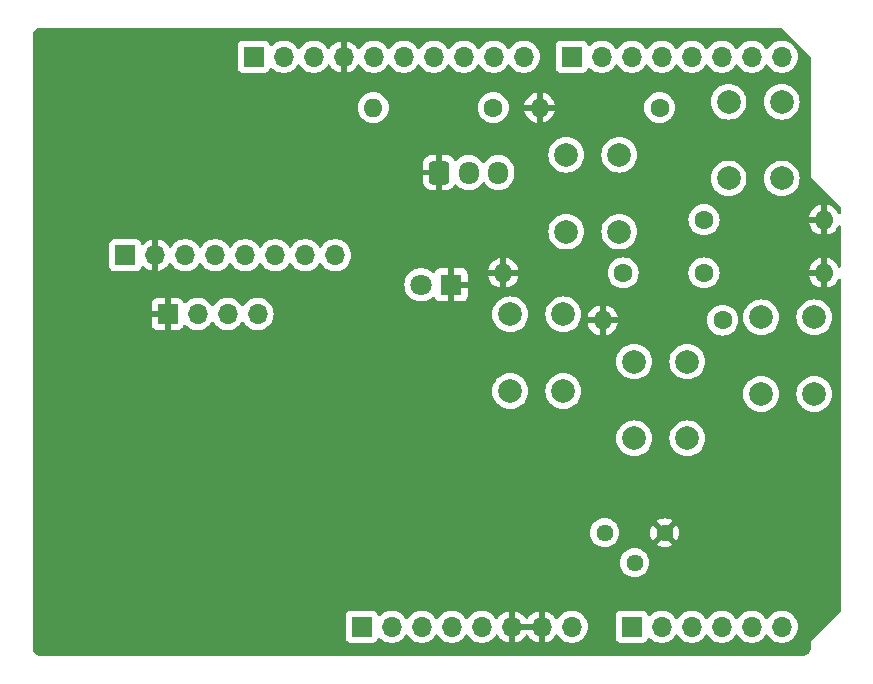
<source format=gbr>
%TF.GenerationSoftware,KiCad,Pcbnew,8.0.8*%
%TF.CreationDate,2025-01-31T10:38:55-07:00*%
%TF.ProjectId,Uno_Shield_ThermoPro,556e6f5f-5368-4696-956c-645f54686572,rev?*%
%TF.SameCoordinates,Original*%
%TF.FileFunction,Copper,L2,Bot*%
%TF.FilePolarity,Positive*%
%FSLAX46Y46*%
G04 Gerber Fmt 4.6, Leading zero omitted, Abs format (unit mm)*
G04 Created by KiCad (PCBNEW 8.0.8) date 2025-01-31 10:38:55*
%MOMM*%
%LPD*%
G01*
G04 APERTURE LIST*
G04 Aperture macros list*
%AMRoundRect*
0 Rectangle with rounded corners*
0 $1 Rounding radius*
0 $2 $3 $4 $5 $6 $7 $8 $9 X,Y pos of 4 corners*
0 Add a 4 corners polygon primitive as box body*
4,1,4,$2,$3,$4,$5,$6,$7,$8,$9,$2,$3,0*
0 Add four circle primitives for the rounded corners*
1,1,$1+$1,$2,$3*
1,1,$1+$1,$4,$5*
1,1,$1+$1,$6,$7*
1,1,$1+$1,$8,$9*
0 Add four rect primitives between the rounded corners*
20,1,$1+$1,$2,$3,$4,$5,0*
20,1,$1+$1,$4,$5,$6,$7,0*
20,1,$1+$1,$6,$7,$8,$9,0*
20,1,$1+$1,$8,$9,$2,$3,0*%
G04 Aperture macros list end*
%TA.AperFunction,ComponentPad*%
%ADD10C,1.600000*%
%TD*%
%TA.AperFunction,ComponentPad*%
%ADD11O,1.600000X1.600000*%
%TD*%
%TA.AperFunction,ComponentPad*%
%ADD12RoundRect,0.250000X-0.600000X-0.725000X0.600000X-0.725000X0.600000X0.725000X-0.600000X0.725000X0*%
%TD*%
%TA.AperFunction,ComponentPad*%
%ADD13O,1.700000X1.950000*%
%TD*%
%TA.AperFunction,ComponentPad*%
%ADD14R,1.700000X1.700000*%
%TD*%
%TA.AperFunction,ComponentPad*%
%ADD15O,1.700000X1.700000*%
%TD*%
%TA.AperFunction,ComponentPad*%
%ADD16C,2.000000*%
%TD*%
%TA.AperFunction,ComponentPad*%
%ADD17R,1.800000X1.800000*%
%TD*%
%TA.AperFunction,ComponentPad*%
%ADD18C,1.800000*%
%TD*%
%TA.AperFunction,ComponentPad*%
%ADD19C,1.440000*%
%TD*%
G04 APERTURE END LIST*
D10*
%TO.P,R5,1*%
%TO.N,/button_lock*%
X156920000Y-67500000D03*
D11*
%TO.P,R5,2*%
%TO.N,GND*%
X167080000Y-67500000D03*
%TD*%
D10*
%TO.P,R4,1*%
%TO.N,/button_cal*%
X158500000Y-71500000D03*
D11*
%TO.P,R4,2*%
%TO.N,GND*%
X148340000Y-71500000D03*
%TD*%
D10*
%TO.P,R3,1*%
%TO.N,/button_units*%
X153160000Y-53500000D03*
D11*
%TO.P,R3,2*%
%TO.N,GND*%
X143000000Y-53500000D03*
%TD*%
D10*
%TO.P,R2,1*%
%TO.N,/button_onoff*%
X156920000Y-63000000D03*
D11*
%TO.P,R2,2*%
%TO.N,GND*%
X167080000Y-63000000D03*
%TD*%
D10*
%TO.P,R1,1*%
%TO.N,/led_light*%
X139080000Y-53500000D03*
D11*
%TO.P,R1,2*%
%TO.N,Net-(D1-A)*%
X128920000Y-53500000D03*
%TD*%
D12*
%TO.P,J7,1,Pin_1*%
%TO.N,GND*%
X134500000Y-59000000D03*
D13*
%TO.P,J7,2,Pin_2*%
%TO.N,/temp_digital*%
X137000000Y-59000000D03*
%TO.P,J7,3,Pin_3*%
%TO.N,+5V*%
X139500000Y-59000000D03*
%TD*%
D14*
%TO.P,J1,1,Pin_1*%
%TO.N,unconnected-(J1-Pin_1-Pad1)*%
X127940000Y-97460000D03*
D15*
%TO.P,J1,2,Pin_2*%
%TO.N,/IOREF*%
X130480000Y-97460000D03*
%TO.P,J1,3,Pin_3*%
%TO.N,/~{RESET}*%
X133020000Y-97460000D03*
%TO.P,J1,4,Pin_4*%
%TO.N,+3V3*%
X135560000Y-97460000D03*
%TO.P,J1,5,Pin_5*%
%TO.N,+5V*%
X138100000Y-97460000D03*
%TO.P,J1,6,Pin_6*%
%TO.N,GND*%
X140640000Y-97460000D03*
%TO.P,J1,7,Pin_7*%
X143180000Y-97460000D03*
%TO.P,J1,8,Pin_8*%
%TO.N,VCC*%
X145720000Y-97460000D03*
%TD*%
D14*
%TO.P,J3,1,Pin_1*%
%TO.N,/temp_sensor*%
X150800000Y-97460000D03*
D15*
%TO.P,J3,2,Pin_2*%
%TO.N,/A1*%
X153340000Y-97460000D03*
%TO.P,J3,3,Pin_3*%
%TO.N,/A2*%
X155880000Y-97460000D03*
%TO.P,J3,4,Pin_4*%
%TO.N,/A3*%
X158420000Y-97460000D03*
%TO.P,J3,5,Pin_5*%
%TO.N,/SDA{slash}A4*%
X160960000Y-97460000D03*
%TO.P,J3,6,Pin_6*%
%TO.N,/SCL{slash}A5*%
X163500000Y-97460000D03*
%TD*%
D14*
%TO.P,J2,1,Pin_1*%
%TO.N,/I2C_SCL*%
X118796000Y-49200000D03*
D15*
%TO.P,J2,2,Pin_2*%
%TO.N,/I2C_SDA*%
X121336000Y-49200000D03*
%TO.P,J2,3,Pin_3*%
%TO.N,/AREF*%
X123876000Y-49200000D03*
%TO.P,J2,4,Pin_4*%
%TO.N,GND*%
X126416000Y-49200000D03*
%TO.P,J2,5,Pin_5*%
%TO.N,/13*%
X128956000Y-49200000D03*
%TO.P,J2,6,Pin_6*%
%TO.N,/12*%
X131496000Y-49200000D03*
%TO.P,J2,7,Pin_7*%
%TO.N,/\u002A11*%
X134036000Y-49200000D03*
%TO.P,J2,8,Pin_8*%
%TO.N,/\u002A10*%
X136576000Y-49200000D03*
%TO.P,J2,9,Pin_9*%
%TO.N,/led_light*%
X139116000Y-49200000D03*
%TO.P,J2,10,Pin_10*%
%TO.N,/temp_digital*%
X141656000Y-49200000D03*
%TD*%
%TO.P,J4,8,Pin_8*%
%TO.N,/RX{slash}0*%
X163500000Y-49200000D03*
%TO.P,J4,7,Pin_7*%
%TO.N,/TX{slash}1*%
X160960000Y-49200000D03*
%TO.P,J4,6,Pin_6*%
%TO.N,/button_onoff*%
X158420000Y-49200000D03*
%TO.P,J4,5,Pin_5*%
%TO.N,/button_lock*%
X155880000Y-49200000D03*
%TO.P,J4,4,Pin_4*%
%TO.N,/button_units*%
X153340000Y-49200000D03*
%TO.P,J4,3,Pin_3*%
%TO.N,/button_cal*%
X150800000Y-49200000D03*
%TO.P,J4,2,Pin_2*%
%TO.N,/button_light*%
X148260000Y-49200000D03*
D14*
%TO.P,J4,1,Pin_1*%
%TO.N,/7*%
X145720000Y-49200000D03*
%TD*%
D16*
%TO.P,SW4,1,A*%
%TO.N,/button_lock*%
X161750000Y-77750000D03*
X161750000Y-71250000D03*
%TO.P,SW4,2,B*%
%TO.N,+5V*%
X166250000Y-77750000D03*
X166250000Y-71250000D03*
%TD*%
D17*
%TO.P,D1,1,K*%
%TO.N,GND*%
X135500000Y-68500000D03*
D18*
%TO.P,D1,2,A*%
%TO.N,Net-(D1-A)*%
X132960000Y-68500000D03*
%TD*%
D16*
%TO.P,SW5,2,B*%
%TO.N,+5V*%
X140500000Y-77500000D03*
X140500000Y-71000000D03*
%TO.P,SW5,1,A*%
%TO.N,/button_light*%
X145000000Y-77500000D03*
X145000000Y-71000000D03*
%TD*%
%TO.P,SW2,1,A*%
%TO.N,/button_units*%
X149750000Y-57500000D03*
X149750000Y-64000000D03*
%TO.P,SW2,2,B*%
%TO.N,+5V*%
X145250000Y-57500000D03*
X145250000Y-64000000D03*
%TD*%
D14*
%TO.P,J6,1,Pin_1*%
%TO.N,GND*%
X111500000Y-70975000D03*
D15*
%TO.P,J6,2,Pin_2*%
%TO.N,+5V*%
X114040000Y-70975000D03*
%TO.P,J6,3,Pin_3*%
%TO.N,/I2C_SCL*%
X116580000Y-70975000D03*
%TO.P,J6,4,Pin_4*%
%TO.N,/I2C_SDA*%
X119120000Y-70975000D03*
%TD*%
D16*
%TO.P,SW1,1,A*%
%TO.N,/button_onoff*%
X159000000Y-59500000D03*
X159000000Y-53000000D03*
%TO.P,SW1,2,B*%
%TO.N,+5V*%
X163500000Y-59500000D03*
X163500000Y-53000000D03*
%TD*%
D19*
%TO.P,RV1,1,1*%
%TO.N,+5V*%
X148500000Y-89500000D03*
%TO.P,RV1,2,2*%
%TO.N,/temp_sensor*%
X151040000Y-92040000D03*
%TO.P,RV1,3,3*%
%TO.N,GND*%
X153580000Y-89500000D03*
%TD*%
D14*
%TO.P,J5,1,Pin_1*%
%TO.N,+5V*%
X107920000Y-66000000D03*
D15*
%TO.P,J5,2,Pin_2*%
%TO.N,GND*%
X110460000Y-66000000D03*
%TO.P,J5,3,Pin_3*%
%TO.N,/I2C_SCL*%
X113000000Y-66000000D03*
%TO.P,J5,4,Pin_4*%
%TO.N,/I2C_SDA*%
X115540000Y-66000000D03*
%TO.P,J5,5,Pin_5*%
%TO.N,unconnected-(J5-Pin_5-Pad5)*%
X118080000Y-66000000D03*
%TO.P,J5,6,Pin_6*%
%TO.N,unconnected-(J5-Pin_6-Pad6)*%
X120620000Y-66000000D03*
%TO.P,J5,7,Pin_7*%
%TO.N,unconnected-(J5-Pin_7-Pad7)*%
X123160000Y-66000000D03*
%TO.P,J5,8,Pin_8*%
%TO.N,unconnected-(J5-Pin_8-Pad8)*%
X125700000Y-66000000D03*
%TD*%
D10*
%TO.P,R6,1*%
%TO.N,/button_light*%
X150080000Y-67500000D03*
D11*
%TO.P,R6,2*%
%TO.N,GND*%
X139920000Y-67500000D03*
%TD*%
D16*
%TO.P,SW3,1,A*%
%TO.N,/button_cal*%
X155500000Y-75000000D03*
X155500000Y-81500000D03*
%TO.P,SW3,2,B*%
%TO.N,+5V*%
X151000000Y-75000000D03*
X151000000Y-81500000D03*
%TD*%
%TA.AperFunction,Conductor*%
%TO.N,GND*%
G36*
X142714075Y-97267007D02*
G01*
X142680000Y-97394174D01*
X142680000Y-97525826D01*
X142714075Y-97652993D01*
X142746988Y-97710000D01*
X141073012Y-97710000D01*
X141105925Y-97652993D01*
X141140000Y-97525826D01*
X141140000Y-97394174D01*
X141105925Y-97267007D01*
X141073012Y-97210000D01*
X142746988Y-97210000D01*
X142714075Y-97267007D01*
G37*
%TD.AperFunction*%
%TA.AperFunction,Conductor*%
G36*
X163484404Y-46755185D02*
G01*
X163505046Y-46771819D01*
X165928181Y-49194954D01*
X165961666Y-49256277D01*
X165964500Y-49282635D01*
X165964500Y-59344982D01*
X165964500Y-59375018D01*
X165975994Y-59402767D01*
X165975995Y-59402768D01*
X168468181Y-61894954D01*
X168501666Y-61956277D01*
X168504500Y-61982635D01*
X168504500Y-62419459D01*
X168484815Y-62486498D01*
X168432011Y-62532253D01*
X168362853Y-62542197D01*
X168299297Y-62513172D01*
X168268118Y-62471864D01*
X168210134Y-62347517D01*
X168079657Y-62161179D01*
X167918820Y-62000342D01*
X167732482Y-61869865D01*
X167526328Y-61773734D01*
X167330000Y-61721127D01*
X167330000Y-62684314D01*
X167325606Y-62679920D01*
X167234394Y-62627259D01*
X167132661Y-62600000D01*
X167027339Y-62600000D01*
X166925606Y-62627259D01*
X166834394Y-62679920D01*
X166830000Y-62684314D01*
X166830000Y-61721127D01*
X166633671Y-61773734D01*
X166427517Y-61869865D01*
X166241179Y-62000342D01*
X166080342Y-62161179D01*
X165949865Y-62347517D01*
X165853734Y-62553673D01*
X165853730Y-62553682D01*
X165801127Y-62749999D01*
X165801128Y-62750000D01*
X166764314Y-62750000D01*
X166759920Y-62754394D01*
X166707259Y-62845606D01*
X166680000Y-62947339D01*
X166680000Y-63052661D01*
X166707259Y-63154394D01*
X166759920Y-63245606D01*
X166764314Y-63250000D01*
X165801128Y-63250000D01*
X165853730Y-63446317D01*
X165853734Y-63446326D01*
X165949865Y-63652482D01*
X166080342Y-63838820D01*
X166241179Y-63999657D01*
X166427517Y-64130134D01*
X166633673Y-64226265D01*
X166633682Y-64226269D01*
X166829999Y-64278872D01*
X166830000Y-64278871D01*
X166830000Y-63315686D01*
X166834394Y-63320080D01*
X166925606Y-63372741D01*
X167027339Y-63400000D01*
X167132661Y-63400000D01*
X167234394Y-63372741D01*
X167325606Y-63320080D01*
X167330000Y-63315686D01*
X167330000Y-64278872D01*
X167526317Y-64226269D01*
X167526326Y-64226265D01*
X167732482Y-64130134D01*
X167918820Y-63999657D01*
X168079657Y-63838820D01*
X168210133Y-63652482D01*
X168268118Y-63528135D01*
X168314290Y-63475696D01*
X168381484Y-63456544D01*
X168448365Y-63476760D01*
X168493699Y-63529925D01*
X168504500Y-63580540D01*
X168504500Y-66919459D01*
X168484815Y-66986498D01*
X168432011Y-67032253D01*
X168362853Y-67042197D01*
X168299297Y-67013172D01*
X168268118Y-66971864D01*
X168210134Y-66847517D01*
X168079657Y-66661179D01*
X167918820Y-66500342D01*
X167732482Y-66369865D01*
X167526328Y-66273734D01*
X167330000Y-66221127D01*
X167330000Y-67184314D01*
X167325606Y-67179920D01*
X167234394Y-67127259D01*
X167132661Y-67100000D01*
X167027339Y-67100000D01*
X166925606Y-67127259D01*
X166834394Y-67179920D01*
X166830000Y-67184314D01*
X166830000Y-66221127D01*
X166633671Y-66273734D01*
X166427517Y-66369865D01*
X166241179Y-66500342D01*
X166080342Y-66661179D01*
X165949865Y-66847517D01*
X165853734Y-67053673D01*
X165853730Y-67053682D01*
X165801127Y-67249999D01*
X165801128Y-67250000D01*
X166764314Y-67250000D01*
X166759920Y-67254394D01*
X166707259Y-67345606D01*
X166680000Y-67447339D01*
X166680000Y-67552661D01*
X166707259Y-67654394D01*
X166759920Y-67745606D01*
X166764314Y-67750000D01*
X165801128Y-67750000D01*
X165853730Y-67946317D01*
X165853734Y-67946326D01*
X165949865Y-68152482D01*
X166080342Y-68338820D01*
X166241179Y-68499657D01*
X166427517Y-68630134D01*
X166633673Y-68726265D01*
X166633682Y-68726269D01*
X166829999Y-68778872D01*
X166830000Y-68778871D01*
X166830000Y-67815686D01*
X166834394Y-67820080D01*
X166925606Y-67872741D01*
X167027339Y-67900000D01*
X167132661Y-67900000D01*
X167234394Y-67872741D01*
X167325606Y-67820080D01*
X167330000Y-67815686D01*
X167330000Y-68778872D01*
X167526317Y-68726269D01*
X167526326Y-68726265D01*
X167732482Y-68630134D01*
X167918820Y-68499657D01*
X168079657Y-68338820D01*
X168210133Y-68152482D01*
X168268118Y-68028135D01*
X168314290Y-67975696D01*
X168381484Y-67956544D01*
X168448365Y-67976760D01*
X168493699Y-68029925D01*
X168504500Y-68080540D01*
X168504500Y-96107364D01*
X168484815Y-96174403D01*
X168468181Y-96195045D01*
X165997233Y-98665994D01*
X165975995Y-98687231D01*
X165964500Y-98714982D01*
X165964500Y-99231907D01*
X165963903Y-99244062D01*
X165952505Y-99359778D01*
X165947763Y-99383618D01*
X165917832Y-99482290D01*
X165915789Y-99489024D01*
X165906486Y-99511482D01*
X165854561Y-99608627D01*
X165841056Y-99628839D01*
X165771176Y-99713988D01*
X165753988Y-99731176D01*
X165668839Y-99801056D01*
X165648627Y-99814561D01*
X165551482Y-99866486D01*
X165529028Y-99875787D01*
X165487028Y-99888528D01*
X165423618Y-99907763D01*
X165399778Y-99912505D01*
X165291162Y-99923203D01*
X165284060Y-99923903D01*
X165271907Y-99924500D01*
X100768093Y-99924500D01*
X100755939Y-99923903D01*
X100747995Y-99923120D01*
X100640221Y-99912505D01*
X100616381Y-99907763D01*
X100599445Y-99902625D01*
X100510968Y-99875786D01*
X100488517Y-99866486D01*
X100391372Y-99814561D01*
X100371160Y-99801056D01*
X100286011Y-99731176D01*
X100268823Y-99713988D01*
X100198943Y-99628839D01*
X100185438Y-99608627D01*
X100133510Y-99511476D01*
X100124215Y-99489037D01*
X100092234Y-99383612D01*
X100087494Y-99359777D01*
X100076097Y-99244061D01*
X100075500Y-99231907D01*
X100075500Y-96561345D01*
X126581500Y-96561345D01*
X126581500Y-98358654D01*
X126588011Y-98419202D01*
X126588011Y-98419204D01*
X126639111Y-98556204D01*
X126726739Y-98673261D01*
X126843796Y-98760889D01*
X126980799Y-98811989D01*
X127008050Y-98814918D01*
X127041345Y-98818499D01*
X127041362Y-98818500D01*
X128838638Y-98818500D01*
X128838654Y-98818499D01*
X128865692Y-98815591D01*
X128899201Y-98811989D01*
X129036204Y-98760889D01*
X129153261Y-98673261D01*
X129240889Y-98556204D01*
X129286138Y-98434887D01*
X129328009Y-98378956D01*
X129393474Y-98354539D01*
X129461746Y-98369391D01*
X129493545Y-98394236D01*
X129556760Y-98462906D01*
X129734424Y-98601189D01*
X129734425Y-98601189D01*
X129734427Y-98601191D01*
X129861135Y-98669761D01*
X129932426Y-98708342D01*
X130145365Y-98781444D01*
X130367431Y-98818500D01*
X130592569Y-98818500D01*
X130814635Y-98781444D01*
X131027574Y-98708342D01*
X131225576Y-98601189D01*
X131403240Y-98462906D01*
X131524594Y-98331082D01*
X131555715Y-98297276D01*
X131555715Y-98297275D01*
X131555722Y-98297268D01*
X131646193Y-98158790D01*
X131699338Y-98113437D01*
X131768569Y-98104013D01*
X131831905Y-98133515D01*
X131853804Y-98158787D01*
X131944278Y-98297268D01*
X131944283Y-98297273D01*
X131944284Y-98297276D01*
X132070968Y-98434889D01*
X132096760Y-98462906D01*
X132274424Y-98601189D01*
X132274425Y-98601189D01*
X132274427Y-98601191D01*
X132401135Y-98669761D01*
X132472426Y-98708342D01*
X132685365Y-98781444D01*
X132907431Y-98818500D01*
X133132569Y-98818500D01*
X133354635Y-98781444D01*
X133567574Y-98708342D01*
X133765576Y-98601189D01*
X133943240Y-98462906D01*
X134064594Y-98331082D01*
X134095715Y-98297276D01*
X134095715Y-98297275D01*
X134095722Y-98297268D01*
X134186193Y-98158790D01*
X134239338Y-98113437D01*
X134308569Y-98104013D01*
X134371905Y-98133515D01*
X134393804Y-98158787D01*
X134484278Y-98297268D01*
X134484283Y-98297273D01*
X134484284Y-98297276D01*
X134610968Y-98434889D01*
X134636760Y-98462906D01*
X134814424Y-98601189D01*
X134814425Y-98601189D01*
X134814427Y-98601191D01*
X134941135Y-98669761D01*
X135012426Y-98708342D01*
X135225365Y-98781444D01*
X135447431Y-98818500D01*
X135672569Y-98818500D01*
X135894635Y-98781444D01*
X136107574Y-98708342D01*
X136305576Y-98601189D01*
X136483240Y-98462906D01*
X136604594Y-98331082D01*
X136635715Y-98297276D01*
X136635715Y-98297275D01*
X136635722Y-98297268D01*
X136726193Y-98158790D01*
X136779338Y-98113437D01*
X136848569Y-98104013D01*
X136911905Y-98133515D01*
X136933804Y-98158787D01*
X137024278Y-98297268D01*
X137024283Y-98297273D01*
X137024284Y-98297276D01*
X137150968Y-98434889D01*
X137176760Y-98462906D01*
X137354424Y-98601189D01*
X137354425Y-98601189D01*
X137354427Y-98601191D01*
X137481135Y-98669761D01*
X137552426Y-98708342D01*
X137765365Y-98781444D01*
X137987431Y-98818500D01*
X138212569Y-98818500D01*
X138434635Y-98781444D01*
X138647574Y-98708342D01*
X138845576Y-98601189D01*
X139023240Y-98462906D01*
X139144594Y-98331082D01*
X139175715Y-98297276D01*
X139175715Y-98297275D01*
X139175722Y-98297268D01*
X139269749Y-98153347D01*
X139322894Y-98107994D01*
X139392125Y-98098570D01*
X139455461Y-98128072D01*
X139475130Y-98150048D01*
X139601890Y-98331078D01*
X139768917Y-98498105D01*
X139962421Y-98633600D01*
X140176507Y-98733429D01*
X140176516Y-98733433D01*
X140390000Y-98790634D01*
X140390000Y-97893012D01*
X140447007Y-97925925D01*
X140574174Y-97960000D01*
X140705826Y-97960000D01*
X140832993Y-97925925D01*
X140890000Y-97893012D01*
X140890000Y-98790633D01*
X141103483Y-98733433D01*
X141103492Y-98733429D01*
X141317578Y-98633600D01*
X141511082Y-98498105D01*
X141678105Y-98331082D01*
X141808425Y-98144968D01*
X141863002Y-98101344D01*
X141932501Y-98094151D01*
X141994855Y-98125673D01*
X142011575Y-98144968D01*
X142141894Y-98331082D01*
X142308917Y-98498105D01*
X142502421Y-98633600D01*
X142716507Y-98733429D01*
X142716516Y-98733433D01*
X142930000Y-98790634D01*
X142930000Y-97893012D01*
X142987007Y-97925925D01*
X143114174Y-97960000D01*
X143245826Y-97960000D01*
X143372993Y-97925925D01*
X143430000Y-97893012D01*
X143430000Y-98790633D01*
X143643483Y-98733433D01*
X143643492Y-98733429D01*
X143857578Y-98633600D01*
X144051082Y-98498105D01*
X144218105Y-98331082D01*
X144344868Y-98150048D01*
X144399445Y-98106423D01*
X144468944Y-98099231D01*
X144531298Y-98130753D01*
X144550251Y-98153350D01*
X144644276Y-98297265D01*
X144644284Y-98297276D01*
X144770968Y-98434889D01*
X144796760Y-98462906D01*
X144974424Y-98601189D01*
X144974425Y-98601189D01*
X144974427Y-98601191D01*
X145101135Y-98669761D01*
X145172426Y-98708342D01*
X145385365Y-98781444D01*
X145607431Y-98818500D01*
X145832569Y-98818500D01*
X146054635Y-98781444D01*
X146267574Y-98708342D01*
X146465576Y-98601189D01*
X146643240Y-98462906D01*
X146764594Y-98331082D01*
X146795715Y-98297276D01*
X146795717Y-98297273D01*
X146795722Y-98297268D01*
X146918860Y-98108791D01*
X147009296Y-97902616D01*
X147064564Y-97684368D01*
X147067164Y-97652993D01*
X147083156Y-97460005D01*
X147083156Y-97459994D01*
X147064565Y-97235640D01*
X147064563Y-97235628D01*
X147009296Y-97017385D01*
X146999071Y-96994075D01*
X146918860Y-96811209D01*
X146902706Y-96786484D01*
X146795723Y-96622734D01*
X146795715Y-96622723D01*
X146739212Y-96561345D01*
X149441500Y-96561345D01*
X149441500Y-98358654D01*
X149448011Y-98419202D01*
X149448011Y-98419204D01*
X149499111Y-98556204D01*
X149586739Y-98673261D01*
X149703796Y-98760889D01*
X149840799Y-98811989D01*
X149868050Y-98814918D01*
X149901345Y-98818499D01*
X149901362Y-98818500D01*
X151698638Y-98818500D01*
X151698654Y-98818499D01*
X151725692Y-98815591D01*
X151759201Y-98811989D01*
X151896204Y-98760889D01*
X152013261Y-98673261D01*
X152100889Y-98556204D01*
X152146138Y-98434887D01*
X152188009Y-98378956D01*
X152253474Y-98354539D01*
X152321746Y-98369391D01*
X152353545Y-98394236D01*
X152416760Y-98462906D01*
X152594424Y-98601189D01*
X152594425Y-98601189D01*
X152594427Y-98601191D01*
X152721135Y-98669761D01*
X152792426Y-98708342D01*
X153005365Y-98781444D01*
X153227431Y-98818500D01*
X153452569Y-98818500D01*
X153674635Y-98781444D01*
X153887574Y-98708342D01*
X154085576Y-98601189D01*
X154263240Y-98462906D01*
X154384594Y-98331082D01*
X154415715Y-98297276D01*
X154415715Y-98297275D01*
X154415722Y-98297268D01*
X154506193Y-98158790D01*
X154559338Y-98113437D01*
X154628569Y-98104013D01*
X154691905Y-98133515D01*
X154713804Y-98158787D01*
X154804278Y-98297268D01*
X154804283Y-98297273D01*
X154804284Y-98297276D01*
X154930968Y-98434889D01*
X154956760Y-98462906D01*
X155134424Y-98601189D01*
X155134425Y-98601189D01*
X155134427Y-98601191D01*
X155261135Y-98669761D01*
X155332426Y-98708342D01*
X155545365Y-98781444D01*
X155767431Y-98818500D01*
X155992569Y-98818500D01*
X156214635Y-98781444D01*
X156427574Y-98708342D01*
X156625576Y-98601189D01*
X156803240Y-98462906D01*
X156924594Y-98331082D01*
X156955715Y-98297276D01*
X156955715Y-98297275D01*
X156955722Y-98297268D01*
X157046193Y-98158790D01*
X157099338Y-98113437D01*
X157168569Y-98104013D01*
X157231905Y-98133515D01*
X157253804Y-98158787D01*
X157344278Y-98297268D01*
X157344283Y-98297273D01*
X157344284Y-98297276D01*
X157470968Y-98434889D01*
X157496760Y-98462906D01*
X157674424Y-98601189D01*
X157674425Y-98601189D01*
X157674427Y-98601191D01*
X157801135Y-98669761D01*
X157872426Y-98708342D01*
X158085365Y-98781444D01*
X158307431Y-98818500D01*
X158532569Y-98818500D01*
X158754635Y-98781444D01*
X158967574Y-98708342D01*
X159165576Y-98601189D01*
X159343240Y-98462906D01*
X159464594Y-98331082D01*
X159495715Y-98297276D01*
X159495715Y-98297275D01*
X159495722Y-98297268D01*
X159586193Y-98158790D01*
X159639338Y-98113437D01*
X159708569Y-98104013D01*
X159771905Y-98133515D01*
X159793804Y-98158787D01*
X159884278Y-98297268D01*
X159884283Y-98297273D01*
X159884284Y-98297276D01*
X160010968Y-98434889D01*
X160036760Y-98462906D01*
X160214424Y-98601189D01*
X160214425Y-98601189D01*
X160214427Y-98601191D01*
X160341135Y-98669761D01*
X160412426Y-98708342D01*
X160625365Y-98781444D01*
X160847431Y-98818500D01*
X161072569Y-98818500D01*
X161294635Y-98781444D01*
X161507574Y-98708342D01*
X161705576Y-98601189D01*
X161883240Y-98462906D01*
X162004594Y-98331082D01*
X162035715Y-98297276D01*
X162035715Y-98297275D01*
X162035722Y-98297268D01*
X162126193Y-98158790D01*
X162179338Y-98113437D01*
X162248569Y-98104013D01*
X162311905Y-98133515D01*
X162333804Y-98158787D01*
X162424278Y-98297268D01*
X162424283Y-98297273D01*
X162424284Y-98297276D01*
X162550968Y-98434889D01*
X162576760Y-98462906D01*
X162754424Y-98601189D01*
X162754425Y-98601189D01*
X162754427Y-98601191D01*
X162881135Y-98669761D01*
X162952426Y-98708342D01*
X163165365Y-98781444D01*
X163387431Y-98818500D01*
X163612569Y-98818500D01*
X163834635Y-98781444D01*
X164047574Y-98708342D01*
X164245576Y-98601189D01*
X164423240Y-98462906D01*
X164544594Y-98331082D01*
X164575715Y-98297276D01*
X164575717Y-98297273D01*
X164575722Y-98297268D01*
X164698860Y-98108791D01*
X164789296Y-97902616D01*
X164844564Y-97684368D01*
X164847164Y-97652993D01*
X164863156Y-97460005D01*
X164863156Y-97459994D01*
X164844565Y-97235640D01*
X164844563Y-97235628D01*
X164789296Y-97017385D01*
X164779071Y-96994075D01*
X164698860Y-96811209D01*
X164682706Y-96786484D01*
X164575723Y-96622734D01*
X164575715Y-96622723D01*
X164423243Y-96457097D01*
X164423238Y-96457092D01*
X164245577Y-96318812D01*
X164245572Y-96318808D01*
X164047580Y-96211661D01*
X164047577Y-96211659D01*
X164047574Y-96211658D01*
X164047571Y-96211657D01*
X164047569Y-96211656D01*
X163834637Y-96138556D01*
X163612569Y-96101500D01*
X163387431Y-96101500D01*
X163165362Y-96138556D01*
X162952430Y-96211656D01*
X162952419Y-96211661D01*
X162754427Y-96318808D01*
X162754422Y-96318812D01*
X162576761Y-96457092D01*
X162576756Y-96457097D01*
X162424284Y-96622723D01*
X162424276Y-96622734D01*
X162333808Y-96761206D01*
X162280662Y-96806562D01*
X162211431Y-96815986D01*
X162148095Y-96786484D01*
X162126192Y-96761206D01*
X162035723Y-96622734D01*
X162035715Y-96622723D01*
X161883243Y-96457097D01*
X161883238Y-96457092D01*
X161705577Y-96318812D01*
X161705572Y-96318808D01*
X161507580Y-96211661D01*
X161507577Y-96211659D01*
X161507574Y-96211658D01*
X161507571Y-96211657D01*
X161507569Y-96211656D01*
X161294637Y-96138556D01*
X161072569Y-96101500D01*
X160847431Y-96101500D01*
X160625362Y-96138556D01*
X160412430Y-96211656D01*
X160412419Y-96211661D01*
X160214427Y-96318808D01*
X160214422Y-96318812D01*
X160036761Y-96457092D01*
X160036756Y-96457097D01*
X159884284Y-96622723D01*
X159884276Y-96622734D01*
X159793808Y-96761206D01*
X159740662Y-96806562D01*
X159671431Y-96815986D01*
X159608095Y-96786484D01*
X159586192Y-96761206D01*
X159495723Y-96622734D01*
X159495715Y-96622723D01*
X159343243Y-96457097D01*
X159343238Y-96457092D01*
X159165577Y-96318812D01*
X159165572Y-96318808D01*
X158967580Y-96211661D01*
X158967577Y-96211659D01*
X158967574Y-96211658D01*
X158967571Y-96211657D01*
X158967569Y-96211656D01*
X158754637Y-96138556D01*
X158532569Y-96101500D01*
X158307431Y-96101500D01*
X158085362Y-96138556D01*
X157872430Y-96211656D01*
X157872419Y-96211661D01*
X157674427Y-96318808D01*
X157674422Y-96318812D01*
X157496761Y-96457092D01*
X157496756Y-96457097D01*
X157344284Y-96622723D01*
X157344276Y-96622734D01*
X157253808Y-96761206D01*
X157200662Y-96806562D01*
X157131431Y-96815986D01*
X157068095Y-96786484D01*
X157046192Y-96761206D01*
X156955723Y-96622734D01*
X156955715Y-96622723D01*
X156803243Y-96457097D01*
X156803238Y-96457092D01*
X156625577Y-96318812D01*
X156625572Y-96318808D01*
X156427580Y-96211661D01*
X156427577Y-96211659D01*
X156427574Y-96211658D01*
X156427571Y-96211657D01*
X156427569Y-96211656D01*
X156214637Y-96138556D01*
X155992569Y-96101500D01*
X155767431Y-96101500D01*
X155545362Y-96138556D01*
X155332430Y-96211656D01*
X155332419Y-96211661D01*
X155134427Y-96318808D01*
X155134422Y-96318812D01*
X154956761Y-96457092D01*
X154956756Y-96457097D01*
X154804284Y-96622723D01*
X154804276Y-96622734D01*
X154713808Y-96761206D01*
X154660662Y-96806562D01*
X154591431Y-96815986D01*
X154528095Y-96786484D01*
X154506192Y-96761206D01*
X154415723Y-96622734D01*
X154415715Y-96622723D01*
X154263243Y-96457097D01*
X154263238Y-96457092D01*
X154085577Y-96318812D01*
X154085572Y-96318808D01*
X153887580Y-96211661D01*
X153887577Y-96211659D01*
X153887574Y-96211658D01*
X153887571Y-96211657D01*
X153887569Y-96211656D01*
X153674637Y-96138556D01*
X153452569Y-96101500D01*
X153227431Y-96101500D01*
X153005362Y-96138556D01*
X152792430Y-96211656D01*
X152792419Y-96211661D01*
X152594427Y-96318808D01*
X152594422Y-96318812D01*
X152416761Y-96457092D01*
X152353548Y-96525760D01*
X152293661Y-96561750D01*
X152223823Y-96559649D01*
X152166207Y-96520124D01*
X152146138Y-96485110D01*
X152100889Y-96363796D01*
X152067214Y-96318812D01*
X152013261Y-96246739D01*
X151896204Y-96159111D01*
X151895172Y-96158726D01*
X151759203Y-96108011D01*
X151698654Y-96101500D01*
X151698638Y-96101500D01*
X149901362Y-96101500D01*
X149901345Y-96101500D01*
X149840797Y-96108011D01*
X149840795Y-96108011D01*
X149703795Y-96159111D01*
X149586739Y-96246739D01*
X149499111Y-96363795D01*
X149448011Y-96500795D01*
X149448011Y-96500797D01*
X149441500Y-96561345D01*
X146739212Y-96561345D01*
X146643243Y-96457097D01*
X146643238Y-96457092D01*
X146465577Y-96318812D01*
X146465572Y-96318808D01*
X146267580Y-96211661D01*
X146267577Y-96211659D01*
X146267574Y-96211658D01*
X146267571Y-96211657D01*
X146267569Y-96211656D01*
X146054637Y-96138556D01*
X145832569Y-96101500D01*
X145607431Y-96101500D01*
X145385362Y-96138556D01*
X145172430Y-96211656D01*
X145172419Y-96211661D01*
X144974427Y-96318808D01*
X144974422Y-96318812D01*
X144796761Y-96457092D01*
X144796756Y-96457097D01*
X144644284Y-96622723D01*
X144644276Y-96622734D01*
X144550251Y-96766650D01*
X144497105Y-96812007D01*
X144427873Y-96821430D01*
X144364538Y-96791928D01*
X144344868Y-96769951D01*
X144218113Y-96588926D01*
X144218108Y-96588920D01*
X144051082Y-96421894D01*
X143857578Y-96286399D01*
X143643492Y-96186570D01*
X143643486Y-96186567D01*
X143430000Y-96129364D01*
X143430000Y-97026988D01*
X143372993Y-96994075D01*
X143245826Y-96960000D01*
X143114174Y-96960000D01*
X142987007Y-96994075D01*
X142930000Y-97026988D01*
X142930000Y-96129364D01*
X142929999Y-96129364D01*
X142716513Y-96186567D01*
X142716507Y-96186570D01*
X142502422Y-96286399D01*
X142502420Y-96286400D01*
X142308926Y-96421886D01*
X142308920Y-96421891D01*
X142141891Y-96588920D01*
X142141890Y-96588922D01*
X142011575Y-96775031D01*
X141956998Y-96818655D01*
X141887499Y-96825848D01*
X141825145Y-96794326D01*
X141808425Y-96775031D01*
X141678109Y-96588922D01*
X141678108Y-96588920D01*
X141511082Y-96421894D01*
X141317578Y-96286399D01*
X141103492Y-96186570D01*
X141103486Y-96186567D01*
X140890000Y-96129364D01*
X140890000Y-97026988D01*
X140832993Y-96994075D01*
X140705826Y-96960000D01*
X140574174Y-96960000D01*
X140447007Y-96994075D01*
X140390000Y-97026988D01*
X140390000Y-96129364D01*
X140389999Y-96129364D01*
X140176513Y-96186567D01*
X140176507Y-96186570D01*
X139962422Y-96286399D01*
X139962420Y-96286400D01*
X139768926Y-96421886D01*
X139768920Y-96421891D01*
X139601891Y-96588920D01*
X139601890Y-96588922D01*
X139475131Y-96769952D01*
X139420554Y-96813577D01*
X139351055Y-96820769D01*
X139288701Y-96789247D01*
X139269752Y-96766656D01*
X139175722Y-96622732D01*
X139175715Y-96622725D01*
X139175715Y-96622723D01*
X139023243Y-96457097D01*
X139023238Y-96457092D01*
X138845577Y-96318812D01*
X138845572Y-96318808D01*
X138647580Y-96211661D01*
X138647577Y-96211659D01*
X138647574Y-96211658D01*
X138647571Y-96211657D01*
X138647569Y-96211656D01*
X138434637Y-96138556D01*
X138212569Y-96101500D01*
X137987431Y-96101500D01*
X137765362Y-96138556D01*
X137552430Y-96211656D01*
X137552419Y-96211661D01*
X137354427Y-96318808D01*
X137354422Y-96318812D01*
X137176761Y-96457092D01*
X137176756Y-96457097D01*
X137024284Y-96622723D01*
X137024276Y-96622734D01*
X136933808Y-96761206D01*
X136880662Y-96806562D01*
X136811431Y-96815986D01*
X136748095Y-96786484D01*
X136726192Y-96761206D01*
X136635723Y-96622734D01*
X136635715Y-96622723D01*
X136483243Y-96457097D01*
X136483238Y-96457092D01*
X136305577Y-96318812D01*
X136305572Y-96318808D01*
X136107580Y-96211661D01*
X136107577Y-96211659D01*
X136107574Y-96211658D01*
X136107571Y-96211657D01*
X136107569Y-96211656D01*
X135894637Y-96138556D01*
X135672569Y-96101500D01*
X135447431Y-96101500D01*
X135225362Y-96138556D01*
X135012430Y-96211656D01*
X135012419Y-96211661D01*
X134814427Y-96318808D01*
X134814422Y-96318812D01*
X134636761Y-96457092D01*
X134636756Y-96457097D01*
X134484284Y-96622723D01*
X134484276Y-96622734D01*
X134393808Y-96761206D01*
X134340662Y-96806562D01*
X134271431Y-96815986D01*
X134208095Y-96786484D01*
X134186192Y-96761206D01*
X134095723Y-96622734D01*
X134095715Y-96622723D01*
X133943243Y-96457097D01*
X133943238Y-96457092D01*
X133765577Y-96318812D01*
X133765572Y-96318808D01*
X133567580Y-96211661D01*
X133567577Y-96211659D01*
X133567574Y-96211658D01*
X133567571Y-96211657D01*
X133567569Y-96211656D01*
X133354637Y-96138556D01*
X133132569Y-96101500D01*
X132907431Y-96101500D01*
X132685362Y-96138556D01*
X132472430Y-96211656D01*
X132472419Y-96211661D01*
X132274427Y-96318808D01*
X132274422Y-96318812D01*
X132096761Y-96457092D01*
X132096756Y-96457097D01*
X131944284Y-96622723D01*
X131944276Y-96622734D01*
X131853808Y-96761206D01*
X131800662Y-96806562D01*
X131731431Y-96815986D01*
X131668095Y-96786484D01*
X131646192Y-96761206D01*
X131555723Y-96622734D01*
X131555715Y-96622723D01*
X131403243Y-96457097D01*
X131403238Y-96457092D01*
X131225577Y-96318812D01*
X131225572Y-96318808D01*
X131027580Y-96211661D01*
X131027577Y-96211659D01*
X131027574Y-96211658D01*
X131027571Y-96211657D01*
X131027569Y-96211656D01*
X130814637Y-96138556D01*
X130592569Y-96101500D01*
X130367431Y-96101500D01*
X130145362Y-96138556D01*
X129932430Y-96211656D01*
X129932419Y-96211661D01*
X129734427Y-96318808D01*
X129734422Y-96318812D01*
X129556761Y-96457092D01*
X129493548Y-96525760D01*
X129433661Y-96561750D01*
X129363823Y-96559649D01*
X129306207Y-96520124D01*
X129286138Y-96485110D01*
X129240889Y-96363796D01*
X129207214Y-96318812D01*
X129153261Y-96246739D01*
X129036204Y-96159111D01*
X129035172Y-96158726D01*
X128899203Y-96108011D01*
X128838654Y-96101500D01*
X128838638Y-96101500D01*
X127041362Y-96101500D01*
X127041345Y-96101500D01*
X126980797Y-96108011D01*
X126980795Y-96108011D01*
X126843795Y-96159111D01*
X126726739Y-96246739D01*
X126639111Y-96363795D01*
X126588011Y-96500795D01*
X126588011Y-96500797D01*
X126581500Y-96561345D01*
X100075500Y-96561345D01*
X100075500Y-92039998D01*
X149806807Y-92039998D01*
X149806807Y-92040001D01*
X149825541Y-92254136D01*
X149825542Y-92254144D01*
X149881176Y-92461772D01*
X149881177Y-92461774D01*
X149881178Y-92461777D01*
X149972024Y-92656597D01*
X149972026Y-92656601D01*
X150095319Y-92832682D01*
X150247317Y-92984680D01*
X150423398Y-93107973D01*
X150423400Y-93107974D01*
X150423403Y-93107976D01*
X150618223Y-93198822D01*
X150825858Y-93254458D01*
X150978816Y-93267840D01*
X151039998Y-93273193D01*
X151040000Y-93273193D01*
X151040002Y-93273193D01*
X151093535Y-93268509D01*
X151254142Y-93254458D01*
X151461777Y-93198822D01*
X151656597Y-93107976D01*
X151832681Y-92984681D01*
X151984681Y-92832681D01*
X152107976Y-92656597D01*
X152198822Y-92461777D01*
X152254458Y-92254142D01*
X152273193Y-92040000D01*
X152254458Y-91825858D01*
X152198822Y-91618223D01*
X152107976Y-91423404D01*
X151984681Y-91247319D01*
X151984679Y-91247316D01*
X151832682Y-91095319D01*
X151656601Y-90972026D01*
X151656597Y-90972024D01*
X151656595Y-90972023D01*
X151461777Y-90881178D01*
X151461774Y-90881177D01*
X151461772Y-90881176D01*
X151254144Y-90825542D01*
X151254136Y-90825541D01*
X151040002Y-90806807D01*
X151039998Y-90806807D01*
X150825863Y-90825541D01*
X150825855Y-90825542D01*
X150618227Y-90881176D01*
X150618221Y-90881179D01*
X150423405Y-90972023D01*
X150423403Y-90972024D01*
X150247316Y-91095320D01*
X150095320Y-91247316D01*
X149972024Y-91423403D01*
X149972023Y-91423405D01*
X149881179Y-91618221D01*
X149881176Y-91618227D01*
X149825542Y-91825855D01*
X149825541Y-91825863D01*
X149806807Y-92039998D01*
X100075500Y-92039998D01*
X100075500Y-89499998D01*
X147266807Y-89499998D01*
X147266807Y-89500001D01*
X147285541Y-89714136D01*
X147285542Y-89714144D01*
X147341176Y-89921772D01*
X147341177Y-89921774D01*
X147341178Y-89921777D01*
X147430032Y-90112325D01*
X147432024Y-90116597D01*
X147432026Y-90116601D01*
X147555319Y-90292682D01*
X147707317Y-90444680D01*
X147883398Y-90567973D01*
X147883400Y-90567974D01*
X147883403Y-90567976D01*
X148078223Y-90658822D01*
X148285858Y-90714458D01*
X148438816Y-90727840D01*
X148499998Y-90733193D01*
X148500000Y-90733193D01*
X148500002Y-90733193D01*
X148553535Y-90728509D01*
X148714142Y-90714458D01*
X148921777Y-90658822D01*
X149116597Y-90567976D01*
X149292681Y-90444681D01*
X149444681Y-90292681D01*
X149567976Y-90116597D01*
X149658822Y-89921777D01*
X149714458Y-89714142D01*
X149733193Y-89500000D01*
X149733193Y-89499997D01*
X152355340Y-89499997D01*
X152355340Y-89500002D01*
X152373944Y-89712654D01*
X152373945Y-89712662D01*
X152429194Y-89918853D01*
X152429197Y-89918859D01*
X152519413Y-90112329D01*
X152558415Y-90168030D01*
X153180000Y-89546445D01*
X153180000Y-89552661D01*
X153207259Y-89654394D01*
X153259920Y-89745606D01*
X153334394Y-89820080D01*
X153425606Y-89872741D01*
X153527339Y-89900000D01*
X153533554Y-89900000D01*
X152911968Y-90521584D01*
X152967663Y-90560582D01*
X152967669Y-90560586D01*
X153161140Y-90650802D01*
X153161146Y-90650805D01*
X153367337Y-90706054D01*
X153367345Y-90706055D01*
X153579998Y-90724660D01*
X153580002Y-90724660D01*
X153792654Y-90706055D01*
X153792662Y-90706054D01*
X153998853Y-90650805D01*
X153998864Y-90650801D01*
X154192325Y-90560589D01*
X154248030Y-90521583D01*
X153626447Y-89900000D01*
X153632661Y-89900000D01*
X153734394Y-89872741D01*
X153825606Y-89820080D01*
X153900080Y-89745606D01*
X153952741Y-89654394D01*
X153980000Y-89552661D01*
X153980000Y-89546446D01*
X154601583Y-90168029D01*
X154640589Y-90112325D01*
X154730801Y-89918864D01*
X154730805Y-89918853D01*
X154786054Y-89712662D01*
X154786055Y-89712654D01*
X154804660Y-89500002D01*
X154804660Y-89499997D01*
X154786055Y-89287345D01*
X154786054Y-89287337D01*
X154730805Y-89081146D01*
X154730802Y-89081140D01*
X154640586Y-88887669D01*
X154640582Y-88887663D01*
X154601584Y-88831968D01*
X153980000Y-89453552D01*
X153980000Y-89447339D01*
X153952741Y-89345606D01*
X153900080Y-89254394D01*
X153825606Y-89179920D01*
X153734394Y-89127259D01*
X153632661Y-89100000D01*
X153626447Y-89100000D01*
X154248030Y-88478415D01*
X154192329Y-88439413D01*
X153998859Y-88349197D01*
X153998853Y-88349194D01*
X153792662Y-88293945D01*
X153792654Y-88293944D01*
X153580002Y-88275340D01*
X153579998Y-88275340D01*
X153367345Y-88293944D01*
X153367337Y-88293945D01*
X153161146Y-88349194D01*
X153161140Y-88349197D01*
X152967671Y-88439412D01*
X152967669Y-88439413D01*
X152911969Y-88478415D01*
X152911968Y-88478415D01*
X153533554Y-89100000D01*
X153527339Y-89100000D01*
X153425606Y-89127259D01*
X153334394Y-89179920D01*
X153259920Y-89254394D01*
X153207259Y-89345606D01*
X153180000Y-89447339D01*
X153180000Y-89453553D01*
X152558415Y-88831968D01*
X152558415Y-88831969D01*
X152519413Y-88887669D01*
X152519412Y-88887671D01*
X152429197Y-89081140D01*
X152429194Y-89081146D01*
X152373945Y-89287337D01*
X152373944Y-89287345D01*
X152355340Y-89499997D01*
X149733193Y-89499997D01*
X149714458Y-89285858D01*
X149658822Y-89078223D01*
X149567976Y-88883404D01*
X149444681Y-88707319D01*
X149444679Y-88707316D01*
X149292682Y-88555319D01*
X149116601Y-88432026D01*
X149116597Y-88432024D01*
X149116595Y-88432023D01*
X148921777Y-88341178D01*
X148921774Y-88341177D01*
X148921772Y-88341176D01*
X148714144Y-88285542D01*
X148714136Y-88285541D01*
X148500002Y-88266807D01*
X148499998Y-88266807D01*
X148285863Y-88285541D01*
X148285855Y-88285542D01*
X148078227Y-88341176D01*
X148078221Y-88341179D01*
X147883405Y-88432023D01*
X147883403Y-88432024D01*
X147707316Y-88555320D01*
X147555320Y-88707316D01*
X147432024Y-88883403D01*
X147432023Y-88883405D01*
X147341179Y-89078221D01*
X147341176Y-89078227D01*
X147285542Y-89285855D01*
X147285541Y-89285863D01*
X147266807Y-89499998D01*
X100075500Y-89499998D01*
X100075500Y-81500000D01*
X149486835Y-81500000D01*
X149505465Y-81736714D01*
X149560895Y-81967595D01*
X149560895Y-81967597D01*
X149651757Y-82186959D01*
X149651759Y-82186962D01*
X149775820Y-82389410D01*
X149775821Y-82389413D01*
X149775824Y-82389416D01*
X149930031Y-82569969D01*
X150069797Y-82689340D01*
X150110586Y-82724178D01*
X150110589Y-82724179D01*
X150313037Y-82848240D01*
X150313040Y-82848242D01*
X150532403Y-82939104D01*
X150532404Y-82939104D01*
X150532406Y-82939105D01*
X150763289Y-82994535D01*
X151000000Y-83013165D01*
X151236711Y-82994535D01*
X151467594Y-82939105D01*
X151467596Y-82939104D01*
X151467597Y-82939104D01*
X151686959Y-82848242D01*
X151686960Y-82848241D01*
X151686963Y-82848240D01*
X151889416Y-82724176D01*
X152069969Y-82569969D01*
X152224176Y-82389416D01*
X152348240Y-82186963D01*
X152439105Y-81967594D01*
X152494535Y-81736711D01*
X152513165Y-81500000D01*
X153986835Y-81500000D01*
X154005465Y-81736714D01*
X154060895Y-81967595D01*
X154060895Y-81967597D01*
X154151757Y-82186959D01*
X154151759Y-82186962D01*
X154275820Y-82389410D01*
X154275821Y-82389413D01*
X154275824Y-82389416D01*
X154430031Y-82569969D01*
X154569797Y-82689340D01*
X154610586Y-82724178D01*
X154610589Y-82724179D01*
X154813037Y-82848240D01*
X154813040Y-82848242D01*
X155032403Y-82939104D01*
X155032404Y-82939104D01*
X155032406Y-82939105D01*
X155263289Y-82994535D01*
X155500000Y-83013165D01*
X155736711Y-82994535D01*
X155967594Y-82939105D01*
X155967596Y-82939104D01*
X155967597Y-82939104D01*
X156186959Y-82848242D01*
X156186960Y-82848241D01*
X156186963Y-82848240D01*
X156389416Y-82724176D01*
X156569969Y-82569969D01*
X156724176Y-82389416D01*
X156848240Y-82186963D01*
X156939105Y-81967594D01*
X156994535Y-81736711D01*
X157013165Y-81500000D01*
X156994535Y-81263289D01*
X156939105Y-81032406D01*
X156939104Y-81032403D01*
X156939104Y-81032402D01*
X156848242Y-80813040D01*
X156848240Y-80813037D01*
X156724179Y-80610589D01*
X156724178Y-80610586D01*
X156689340Y-80569797D01*
X156569969Y-80430031D01*
X156450596Y-80328076D01*
X156389413Y-80275821D01*
X156389410Y-80275820D01*
X156186962Y-80151759D01*
X156186959Y-80151757D01*
X155967596Y-80060895D01*
X155736714Y-80005465D01*
X155500000Y-79986835D01*
X155263285Y-80005465D01*
X155032404Y-80060895D01*
X155032402Y-80060895D01*
X154813040Y-80151757D01*
X154813037Y-80151759D01*
X154610589Y-80275820D01*
X154610586Y-80275821D01*
X154430031Y-80430031D01*
X154275821Y-80610586D01*
X154275820Y-80610589D01*
X154151759Y-80813037D01*
X154151757Y-80813040D01*
X154060895Y-81032402D01*
X154060895Y-81032404D01*
X154005465Y-81263285D01*
X153986835Y-81500000D01*
X152513165Y-81500000D01*
X152494535Y-81263289D01*
X152439105Y-81032406D01*
X152439104Y-81032403D01*
X152439104Y-81032402D01*
X152348242Y-80813040D01*
X152348240Y-80813037D01*
X152224179Y-80610589D01*
X152224178Y-80610586D01*
X152189340Y-80569797D01*
X152069969Y-80430031D01*
X151950596Y-80328076D01*
X151889413Y-80275821D01*
X151889410Y-80275820D01*
X151686962Y-80151759D01*
X151686959Y-80151757D01*
X151467596Y-80060895D01*
X151236714Y-80005465D01*
X151000000Y-79986835D01*
X150763285Y-80005465D01*
X150532404Y-80060895D01*
X150532402Y-80060895D01*
X150313040Y-80151757D01*
X150313037Y-80151759D01*
X150110589Y-80275820D01*
X150110586Y-80275821D01*
X149930031Y-80430031D01*
X149775821Y-80610586D01*
X149775820Y-80610589D01*
X149651759Y-80813037D01*
X149651757Y-80813040D01*
X149560895Y-81032402D01*
X149560895Y-81032404D01*
X149505465Y-81263285D01*
X149486835Y-81500000D01*
X100075500Y-81500000D01*
X100075500Y-77500000D01*
X138986835Y-77500000D01*
X139005465Y-77736714D01*
X139060895Y-77967595D01*
X139060895Y-77967597D01*
X139151757Y-78186959D01*
X139151759Y-78186962D01*
X139275820Y-78389410D01*
X139275821Y-78389413D01*
X139275824Y-78389416D01*
X139430031Y-78569969D01*
X139511343Y-78639416D01*
X139610586Y-78724178D01*
X139610589Y-78724179D01*
X139813037Y-78848240D01*
X139813040Y-78848242D01*
X140032403Y-78939104D01*
X140032404Y-78939104D01*
X140032406Y-78939105D01*
X140263289Y-78994535D01*
X140500000Y-79013165D01*
X140736711Y-78994535D01*
X140967594Y-78939105D01*
X140967596Y-78939104D01*
X140967597Y-78939104D01*
X141186959Y-78848242D01*
X141186960Y-78848241D01*
X141186963Y-78848240D01*
X141389416Y-78724176D01*
X141569969Y-78569969D01*
X141724176Y-78389416D01*
X141848240Y-78186963D01*
X141931186Y-77986714D01*
X141939104Y-77967597D01*
X141939104Y-77967596D01*
X141939105Y-77967594D01*
X141994535Y-77736711D01*
X142013165Y-77500000D01*
X143486835Y-77500000D01*
X143505465Y-77736714D01*
X143560895Y-77967595D01*
X143560895Y-77967597D01*
X143651757Y-78186959D01*
X143651759Y-78186962D01*
X143775820Y-78389410D01*
X143775821Y-78389413D01*
X143775824Y-78389416D01*
X143930031Y-78569969D01*
X144011343Y-78639416D01*
X144110586Y-78724178D01*
X144110589Y-78724179D01*
X144313037Y-78848240D01*
X144313040Y-78848242D01*
X144532403Y-78939104D01*
X144532404Y-78939104D01*
X144532406Y-78939105D01*
X144763289Y-78994535D01*
X145000000Y-79013165D01*
X145236711Y-78994535D01*
X145467594Y-78939105D01*
X145467596Y-78939104D01*
X145467597Y-78939104D01*
X145686959Y-78848242D01*
X145686960Y-78848241D01*
X145686963Y-78848240D01*
X145889416Y-78724176D01*
X146069969Y-78569969D01*
X146224176Y-78389416D01*
X146348240Y-78186963D01*
X146431186Y-77986714D01*
X146439104Y-77967597D01*
X146439104Y-77967596D01*
X146439105Y-77967594D01*
X146491345Y-77750000D01*
X160236835Y-77750000D01*
X160255465Y-77986714D01*
X160310895Y-78217595D01*
X160310895Y-78217597D01*
X160401757Y-78436959D01*
X160401759Y-78436962D01*
X160525820Y-78639410D01*
X160525821Y-78639413D01*
X160525824Y-78639416D01*
X160680031Y-78819969D01*
X160819520Y-78939104D01*
X160860586Y-78974178D01*
X160860589Y-78974179D01*
X161063037Y-79098240D01*
X161063040Y-79098242D01*
X161282403Y-79189104D01*
X161282404Y-79189104D01*
X161282406Y-79189105D01*
X161513289Y-79244535D01*
X161750000Y-79263165D01*
X161986711Y-79244535D01*
X162217594Y-79189105D01*
X162217596Y-79189104D01*
X162217597Y-79189104D01*
X162436959Y-79098242D01*
X162436960Y-79098241D01*
X162436963Y-79098240D01*
X162639416Y-78974176D01*
X162819969Y-78819969D01*
X162974176Y-78639416D01*
X163098240Y-78436963D01*
X163117935Y-78389416D01*
X163189104Y-78217597D01*
X163189104Y-78217596D01*
X163189105Y-78217594D01*
X163244535Y-77986711D01*
X163263165Y-77750000D01*
X164736835Y-77750000D01*
X164755465Y-77986714D01*
X164810895Y-78217595D01*
X164810895Y-78217597D01*
X164901757Y-78436959D01*
X164901759Y-78436962D01*
X165025820Y-78639410D01*
X165025821Y-78639413D01*
X165025824Y-78639416D01*
X165180031Y-78819969D01*
X165319520Y-78939104D01*
X165360586Y-78974178D01*
X165360589Y-78974179D01*
X165563037Y-79098240D01*
X165563040Y-79098242D01*
X165782403Y-79189104D01*
X165782404Y-79189104D01*
X165782406Y-79189105D01*
X166013289Y-79244535D01*
X166250000Y-79263165D01*
X166486711Y-79244535D01*
X166717594Y-79189105D01*
X166717596Y-79189104D01*
X166717597Y-79189104D01*
X166936959Y-79098242D01*
X166936960Y-79098241D01*
X166936963Y-79098240D01*
X167139416Y-78974176D01*
X167319969Y-78819969D01*
X167474176Y-78639416D01*
X167598240Y-78436963D01*
X167617935Y-78389416D01*
X167689104Y-78217597D01*
X167689104Y-78217596D01*
X167689105Y-78217594D01*
X167744535Y-77986711D01*
X167763165Y-77750000D01*
X167744535Y-77513289D01*
X167689105Y-77282406D01*
X167689104Y-77282403D01*
X167689104Y-77282402D01*
X167598242Y-77063040D01*
X167598240Y-77063037D01*
X167474179Y-76860589D01*
X167474178Y-76860586D01*
X167439340Y-76819797D01*
X167319969Y-76680031D01*
X167200596Y-76578076D01*
X167139413Y-76525821D01*
X167139410Y-76525820D01*
X166936962Y-76401759D01*
X166936959Y-76401757D01*
X166717596Y-76310895D01*
X166486714Y-76255465D01*
X166250000Y-76236835D01*
X166013285Y-76255465D01*
X165782404Y-76310895D01*
X165782402Y-76310895D01*
X165563040Y-76401757D01*
X165563037Y-76401759D01*
X165360589Y-76525820D01*
X165360586Y-76525821D01*
X165180031Y-76680031D01*
X165025821Y-76860586D01*
X165025820Y-76860589D01*
X164901759Y-77063037D01*
X164901757Y-77063040D01*
X164810895Y-77282402D01*
X164810895Y-77282404D01*
X164755465Y-77513285D01*
X164736835Y-77750000D01*
X163263165Y-77750000D01*
X163244535Y-77513289D01*
X163189105Y-77282406D01*
X163189104Y-77282403D01*
X163189104Y-77282402D01*
X163098242Y-77063040D01*
X163098240Y-77063037D01*
X162974179Y-76860589D01*
X162974178Y-76860586D01*
X162939340Y-76819797D01*
X162819969Y-76680031D01*
X162700596Y-76578076D01*
X162639413Y-76525821D01*
X162639410Y-76525820D01*
X162436962Y-76401759D01*
X162436959Y-76401757D01*
X162217596Y-76310895D01*
X161986714Y-76255465D01*
X161750000Y-76236835D01*
X161513285Y-76255465D01*
X161282404Y-76310895D01*
X161282402Y-76310895D01*
X161063040Y-76401757D01*
X161063037Y-76401759D01*
X160860589Y-76525820D01*
X160860586Y-76525821D01*
X160680031Y-76680031D01*
X160525821Y-76860586D01*
X160525820Y-76860589D01*
X160401759Y-77063037D01*
X160401757Y-77063040D01*
X160310895Y-77282402D01*
X160310895Y-77282404D01*
X160255465Y-77513285D01*
X160236835Y-77750000D01*
X146491345Y-77750000D01*
X146494535Y-77736711D01*
X146513165Y-77500000D01*
X146494535Y-77263289D01*
X146439105Y-77032406D01*
X146439104Y-77032403D01*
X146439104Y-77032402D01*
X146348242Y-76813040D01*
X146348240Y-76813037D01*
X146224179Y-76610589D01*
X146224178Y-76610586D01*
X146151781Y-76525821D01*
X146069969Y-76430031D01*
X145930479Y-76310895D01*
X145889413Y-76275821D01*
X145889410Y-76275820D01*
X145686962Y-76151759D01*
X145686959Y-76151757D01*
X145467596Y-76060895D01*
X145236714Y-76005465D01*
X145000000Y-75986835D01*
X144763285Y-76005465D01*
X144532404Y-76060895D01*
X144532402Y-76060895D01*
X144313040Y-76151757D01*
X144313037Y-76151759D01*
X144110589Y-76275820D01*
X144110586Y-76275821D01*
X143930031Y-76430031D01*
X143775821Y-76610586D01*
X143775820Y-76610589D01*
X143651759Y-76813037D01*
X143651757Y-76813040D01*
X143560895Y-77032402D01*
X143560895Y-77032404D01*
X143505465Y-77263285D01*
X143486835Y-77500000D01*
X142013165Y-77500000D01*
X141994535Y-77263289D01*
X141939105Y-77032406D01*
X141939104Y-77032403D01*
X141939104Y-77032402D01*
X141848242Y-76813040D01*
X141848240Y-76813037D01*
X141724179Y-76610589D01*
X141724178Y-76610586D01*
X141651781Y-76525821D01*
X141569969Y-76430031D01*
X141430479Y-76310895D01*
X141389413Y-76275821D01*
X141389410Y-76275820D01*
X141186962Y-76151759D01*
X141186959Y-76151757D01*
X140967596Y-76060895D01*
X140736714Y-76005465D01*
X140500000Y-75986835D01*
X140263285Y-76005465D01*
X140032404Y-76060895D01*
X140032402Y-76060895D01*
X139813040Y-76151757D01*
X139813037Y-76151759D01*
X139610589Y-76275820D01*
X139610586Y-76275821D01*
X139430031Y-76430031D01*
X139275821Y-76610586D01*
X139275820Y-76610589D01*
X139151759Y-76813037D01*
X139151757Y-76813040D01*
X139060895Y-77032402D01*
X139060895Y-77032404D01*
X139005465Y-77263285D01*
X138986835Y-77500000D01*
X100075500Y-77500000D01*
X100075500Y-75000000D01*
X149486835Y-75000000D01*
X149505465Y-75236714D01*
X149560895Y-75467595D01*
X149560895Y-75467597D01*
X149651757Y-75686959D01*
X149651759Y-75686962D01*
X149775820Y-75889410D01*
X149775821Y-75889413D01*
X149775824Y-75889416D01*
X149930031Y-76069969D01*
X150025795Y-76151759D01*
X150110586Y-76224178D01*
X150110588Y-76224178D01*
X150252096Y-76310895D01*
X150313037Y-76348240D01*
X150313040Y-76348242D01*
X150532403Y-76439104D01*
X150532404Y-76439104D01*
X150532406Y-76439105D01*
X150763289Y-76494535D01*
X151000000Y-76513165D01*
X151236711Y-76494535D01*
X151467594Y-76439105D01*
X151467596Y-76439104D01*
X151467597Y-76439104D01*
X151686959Y-76348242D01*
X151686960Y-76348241D01*
X151686963Y-76348240D01*
X151889416Y-76224176D01*
X152069969Y-76069969D01*
X152224176Y-75889416D01*
X152348240Y-75686963D01*
X152439105Y-75467594D01*
X152494535Y-75236711D01*
X152513165Y-75000000D01*
X153986835Y-75000000D01*
X154005465Y-75236714D01*
X154060895Y-75467595D01*
X154060895Y-75467597D01*
X154151757Y-75686959D01*
X154151759Y-75686962D01*
X154275820Y-75889410D01*
X154275821Y-75889413D01*
X154275824Y-75889416D01*
X154430031Y-76069969D01*
X154525795Y-76151759D01*
X154610586Y-76224178D01*
X154610588Y-76224178D01*
X154752096Y-76310895D01*
X154813037Y-76348240D01*
X154813040Y-76348242D01*
X155032403Y-76439104D01*
X155032404Y-76439104D01*
X155032406Y-76439105D01*
X155263289Y-76494535D01*
X155500000Y-76513165D01*
X155736711Y-76494535D01*
X155967594Y-76439105D01*
X155967596Y-76439104D01*
X155967597Y-76439104D01*
X156186959Y-76348242D01*
X156186960Y-76348241D01*
X156186963Y-76348240D01*
X156389416Y-76224176D01*
X156569969Y-76069969D01*
X156724176Y-75889416D01*
X156848240Y-75686963D01*
X156939105Y-75467594D01*
X156994535Y-75236711D01*
X157013165Y-75000000D01*
X156994535Y-74763289D01*
X156939105Y-74532406D01*
X156939104Y-74532403D01*
X156939104Y-74532402D01*
X156848242Y-74313040D01*
X156848240Y-74313037D01*
X156724179Y-74110589D01*
X156724178Y-74110586D01*
X156689340Y-74069797D01*
X156569969Y-73930031D01*
X156450596Y-73828076D01*
X156389413Y-73775821D01*
X156389410Y-73775820D01*
X156186962Y-73651759D01*
X156186959Y-73651757D01*
X155967596Y-73560895D01*
X155736714Y-73505465D01*
X155500000Y-73486835D01*
X155263285Y-73505465D01*
X155032404Y-73560895D01*
X155032402Y-73560895D01*
X154813040Y-73651757D01*
X154813037Y-73651759D01*
X154610589Y-73775820D01*
X154610586Y-73775821D01*
X154430031Y-73930031D01*
X154275821Y-74110586D01*
X154275820Y-74110589D01*
X154151759Y-74313037D01*
X154151757Y-74313040D01*
X154060895Y-74532402D01*
X154060895Y-74532404D01*
X154005465Y-74763285D01*
X153986835Y-75000000D01*
X152513165Y-75000000D01*
X152494535Y-74763289D01*
X152439105Y-74532406D01*
X152439104Y-74532403D01*
X152439104Y-74532402D01*
X152348242Y-74313040D01*
X152348240Y-74313037D01*
X152224179Y-74110589D01*
X152224178Y-74110586D01*
X152189340Y-74069797D01*
X152069969Y-73930031D01*
X151950596Y-73828076D01*
X151889413Y-73775821D01*
X151889410Y-73775820D01*
X151686962Y-73651759D01*
X151686959Y-73651757D01*
X151467596Y-73560895D01*
X151236714Y-73505465D01*
X151000000Y-73486835D01*
X150763285Y-73505465D01*
X150532404Y-73560895D01*
X150532402Y-73560895D01*
X150313040Y-73651757D01*
X150313037Y-73651759D01*
X150110589Y-73775820D01*
X150110586Y-73775821D01*
X149930031Y-73930031D01*
X149775821Y-74110586D01*
X149775820Y-74110589D01*
X149651759Y-74313037D01*
X149651757Y-74313040D01*
X149560895Y-74532402D01*
X149560895Y-74532404D01*
X149505465Y-74763285D01*
X149486835Y-75000000D01*
X100075500Y-75000000D01*
X100075500Y-70077155D01*
X110150000Y-70077155D01*
X110150000Y-70725000D01*
X111066988Y-70725000D01*
X111034075Y-70782007D01*
X111000000Y-70909174D01*
X111000000Y-71040826D01*
X111034075Y-71167993D01*
X111066988Y-71225000D01*
X110150000Y-71225000D01*
X110150000Y-71872844D01*
X110156401Y-71932372D01*
X110156403Y-71932379D01*
X110206645Y-72067086D01*
X110206649Y-72067093D01*
X110292809Y-72182187D01*
X110292812Y-72182190D01*
X110407906Y-72268350D01*
X110407913Y-72268354D01*
X110542620Y-72318596D01*
X110542627Y-72318598D01*
X110602155Y-72324999D01*
X110602172Y-72325000D01*
X111250000Y-72325000D01*
X111250000Y-71408012D01*
X111307007Y-71440925D01*
X111434174Y-71475000D01*
X111565826Y-71475000D01*
X111692993Y-71440925D01*
X111750000Y-71408012D01*
X111750000Y-72325000D01*
X112397828Y-72325000D01*
X112397844Y-72324999D01*
X112457372Y-72318598D01*
X112457379Y-72318596D01*
X112592086Y-72268354D01*
X112592093Y-72268350D01*
X112707187Y-72182190D01*
X112707190Y-72182187D01*
X112793350Y-72067093D01*
X112793354Y-72067086D01*
X112839681Y-71942877D01*
X112881552Y-71886943D01*
X112947016Y-71862526D01*
X113015289Y-71877377D01*
X113047089Y-71902223D01*
X113116760Y-71977906D01*
X113294424Y-72116189D01*
X113294425Y-72116189D01*
X113294427Y-72116191D01*
X113416378Y-72182187D01*
X113492426Y-72223342D01*
X113705365Y-72296444D01*
X113927431Y-72333500D01*
X114152569Y-72333500D01*
X114374635Y-72296444D01*
X114587574Y-72223342D01*
X114785576Y-72116189D01*
X114963240Y-71977906D01*
X115069456Y-71862526D01*
X115115715Y-71812276D01*
X115115715Y-71812275D01*
X115115722Y-71812268D01*
X115206193Y-71673790D01*
X115259338Y-71628437D01*
X115328569Y-71619013D01*
X115391905Y-71648515D01*
X115413804Y-71673787D01*
X115504278Y-71812268D01*
X115504283Y-71812273D01*
X115504284Y-71812276D01*
X115630379Y-71949249D01*
X115656760Y-71977906D01*
X115834424Y-72116189D01*
X115834425Y-72116189D01*
X115834427Y-72116191D01*
X115956378Y-72182187D01*
X116032426Y-72223342D01*
X116245365Y-72296444D01*
X116467431Y-72333500D01*
X116692569Y-72333500D01*
X116914635Y-72296444D01*
X117127574Y-72223342D01*
X117325576Y-72116189D01*
X117503240Y-71977906D01*
X117609456Y-71862526D01*
X117655715Y-71812276D01*
X117655715Y-71812275D01*
X117655722Y-71812268D01*
X117746193Y-71673790D01*
X117799338Y-71628437D01*
X117868569Y-71619013D01*
X117931905Y-71648515D01*
X117953804Y-71673787D01*
X118044278Y-71812268D01*
X118044283Y-71812273D01*
X118044284Y-71812276D01*
X118170379Y-71949249D01*
X118196760Y-71977906D01*
X118374424Y-72116189D01*
X118374425Y-72116189D01*
X118374427Y-72116191D01*
X118496378Y-72182187D01*
X118572426Y-72223342D01*
X118785365Y-72296444D01*
X119007431Y-72333500D01*
X119232569Y-72333500D01*
X119454635Y-72296444D01*
X119667574Y-72223342D01*
X119865576Y-72116189D01*
X120043240Y-71977906D01*
X120149456Y-71862526D01*
X120195715Y-71812276D01*
X120195717Y-71812273D01*
X120195722Y-71812268D01*
X120318860Y-71623791D01*
X120409296Y-71417616D01*
X120464564Y-71199368D01*
X120467164Y-71167993D01*
X120481085Y-71000000D01*
X138986835Y-71000000D01*
X139005465Y-71236714D01*
X139060895Y-71467595D01*
X139060895Y-71467597D01*
X139151757Y-71686959D01*
X139151759Y-71686962D01*
X139275820Y-71889410D01*
X139275821Y-71889413D01*
X139312512Y-71932372D01*
X139430031Y-72069969D01*
X139561421Y-72182187D01*
X139610586Y-72224178D01*
X139610589Y-72224179D01*
X139813037Y-72348240D01*
X139813040Y-72348242D01*
X140032403Y-72439104D01*
X140032404Y-72439104D01*
X140032406Y-72439105D01*
X140263289Y-72494535D01*
X140500000Y-72513165D01*
X140736711Y-72494535D01*
X140967594Y-72439105D01*
X140967596Y-72439104D01*
X140967597Y-72439104D01*
X141186959Y-72348242D01*
X141186960Y-72348241D01*
X141186963Y-72348240D01*
X141389416Y-72224176D01*
X141569969Y-72069969D01*
X141724176Y-71889416D01*
X141848240Y-71686963D01*
X141861731Y-71654394D01*
X141939104Y-71467597D01*
X141939104Y-71467596D01*
X141939105Y-71467594D01*
X141994535Y-71236711D01*
X142013165Y-71000000D01*
X143486835Y-71000000D01*
X143505465Y-71236714D01*
X143560895Y-71467595D01*
X143560895Y-71467597D01*
X143651757Y-71686959D01*
X143651759Y-71686962D01*
X143775820Y-71889410D01*
X143775821Y-71889413D01*
X143812512Y-71932372D01*
X143930031Y-72069969D01*
X144061421Y-72182187D01*
X144110586Y-72224178D01*
X144110589Y-72224179D01*
X144313037Y-72348240D01*
X144313040Y-72348242D01*
X144532403Y-72439104D01*
X144532404Y-72439104D01*
X144532406Y-72439105D01*
X144763289Y-72494535D01*
X145000000Y-72513165D01*
X145236711Y-72494535D01*
X145467594Y-72439105D01*
X145467596Y-72439104D01*
X145467597Y-72439104D01*
X145686959Y-72348242D01*
X145686960Y-72348241D01*
X145686963Y-72348240D01*
X145889416Y-72224176D01*
X146069969Y-72069969D01*
X146224176Y-71889416D01*
X146348240Y-71686963D01*
X146361731Y-71654394D01*
X146439104Y-71467597D01*
X146439104Y-71467596D01*
X146439105Y-71467594D01*
X146491345Y-71249999D01*
X147061127Y-71249999D01*
X147061128Y-71250000D01*
X148024314Y-71250000D01*
X148019920Y-71254394D01*
X147967259Y-71345606D01*
X147940000Y-71447339D01*
X147940000Y-71552661D01*
X147967259Y-71654394D01*
X148019920Y-71745606D01*
X148024314Y-71750000D01*
X147061128Y-71750000D01*
X147113730Y-71946317D01*
X147113734Y-71946326D01*
X147209865Y-72152482D01*
X147340342Y-72338820D01*
X147501179Y-72499657D01*
X147687517Y-72630134D01*
X147893673Y-72726265D01*
X147893682Y-72726269D01*
X148089999Y-72778872D01*
X148090000Y-72778871D01*
X148090000Y-71815686D01*
X148094394Y-71820080D01*
X148185606Y-71872741D01*
X148287339Y-71900000D01*
X148392661Y-71900000D01*
X148494394Y-71872741D01*
X148585606Y-71820080D01*
X148590000Y-71815686D01*
X148590000Y-72778872D01*
X148786317Y-72726269D01*
X148786326Y-72726265D01*
X148992482Y-72630134D01*
X149178820Y-72499657D01*
X149339657Y-72338820D01*
X149470134Y-72152482D01*
X149566265Y-71946326D01*
X149566269Y-71946317D01*
X149618872Y-71750000D01*
X148655686Y-71750000D01*
X148660080Y-71745606D01*
X148712741Y-71654394D01*
X148740000Y-71552661D01*
X148740000Y-71499998D01*
X157186502Y-71499998D01*
X157186502Y-71500001D01*
X157206456Y-71728081D01*
X157206457Y-71728089D01*
X157265714Y-71949238D01*
X157265718Y-71949249D01*
X157360487Y-72152482D01*
X157362477Y-72156749D01*
X157493802Y-72344300D01*
X157655700Y-72506198D01*
X157843251Y-72637523D01*
X157953868Y-72689104D01*
X158050750Y-72734281D01*
X158050752Y-72734281D01*
X158050757Y-72734284D01*
X158271913Y-72793543D01*
X158434832Y-72807796D01*
X158499998Y-72813498D01*
X158500000Y-72813498D01*
X158500002Y-72813498D01*
X158557021Y-72808509D01*
X158728087Y-72793543D01*
X158949243Y-72734284D01*
X159156749Y-72637523D01*
X159344300Y-72506198D01*
X159506198Y-72344300D01*
X159637523Y-72156749D01*
X159734284Y-71949243D01*
X159793543Y-71728087D01*
X159813498Y-71500000D01*
X159812335Y-71486711D01*
X159806290Y-71417614D01*
X159793543Y-71271913D01*
X159787671Y-71250000D01*
X160236835Y-71250000D01*
X160255465Y-71486714D01*
X160310895Y-71717595D01*
X160310895Y-71717597D01*
X160401757Y-71936959D01*
X160401759Y-71936962D01*
X160525820Y-72139410D01*
X160525821Y-72139413D01*
X160562354Y-72182187D01*
X160680031Y-72319969D01*
X160819520Y-72439104D01*
X160860586Y-72474178D01*
X160860589Y-72474179D01*
X161063037Y-72598240D01*
X161063040Y-72598242D01*
X161282403Y-72689104D01*
X161282404Y-72689104D01*
X161282406Y-72689105D01*
X161513289Y-72744535D01*
X161750000Y-72763165D01*
X161986711Y-72744535D01*
X162217594Y-72689105D01*
X162217596Y-72689104D01*
X162217597Y-72689104D01*
X162436959Y-72598242D01*
X162436960Y-72598241D01*
X162436963Y-72598240D01*
X162639416Y-72474176D01*
X162819969Y-72319969D01*
X162974176Y-72139416D01*
X163098240Y-71936963D01*
X163113551Y-71900000D01*
X163189104Y-71717597D01*
X163189104Y-71717596D01*
X163189105Y-71717594D01*
X163244535Y-71486711D01*
X163263165Y-71250000D01*
X164736835Y-71250000D01*
X164755465Y-71486714D01*
X164810895Y-71717595D01*
X164810895Y-71717597D01*
X164901757Y-71936959D01*
X164901759Y-71936962D01*
X165025820Y-72139410D01*
X165025821Y-72139413D01*
X165062354Y-72182187D01*
X165180031Y-72319969D01*
X165319520Y-72439104D01*
X165360586Y-72474178D01*
X165360589Y-72474179D01*
X165563037Y-72598240D01*
X165563040Y-72598242D01*
X165782403Y-72689104D01*
X165782404Y-72689104D01*
X165782406Y-72689105D01*
X166013289Y-72744535D01*
X166250000Y-72763165D01*
X166486711Y-72744535D01*
X166717594Y-72689105D01*
X166717596Y-72689104D01*
X166717597Y-72689104D01*
X166936959Y-72598242D01*
X166936960Y-72598241D01*
X166936963Y-72598240D01*
X167139416Y-72474176D01*
X167319969Y-72319969D01*
X167474176Y-72139416D01*
X167598240Y-71936963D01*
X167613551Y-71900000D01*
X167689104Y-71717597D01*
X167689104Y-71717596D01*
X167689105Y-71717594D01*
X167744535Y-71486711D01*
X167763165Y-71250000D01*
X167744535Y-71013289D01*
X167689105Y-70782406D01*
X167689104Y-70782403D01*
X167689104Y-70782402D01*
X167598242Y-70563040D01*
X167598240Y-70563037D01*
X167555815Y-70493806D01*
X167474178Y-70360588D01*
X167474178Y-70360586D01*
X167439340Y-70319797D01*
X167319969Y-70180031D01*
X167158516Y-70042137D01*
X167139413Y-70025821D01*
X167139410Y-70025820D01*
X166936962Y-69901759D01*
X166936959Y-69901757D01*
X166717596Y-69810895D01*
X166486714Y-69755465D01*
X166250000Y-69736835D01*
X166013285Y-69755465D01*
X165782404Y-69810895D01*
X165782402Y-69810895D01*
X165563040Y-69901757D01*
X165563037Y-69901759D01*
X165360589Y-70025820D01*
X165360586Y-70025821D01*
X165180031Y-70180031D01*
X165025821Y-70360586D01*
X165025820Y-70360589D01*
X164901759Y-70563037D01*
X164901757Y-70563040D01*
X164810895Y-70782402D01*
X164810895Y-70782404D01*
X164755465Y-71013285D01*
X164736835Y-71250000D01*
X163263165Y-71250000D01*
X163244535Y-71013289D01*
X163189105Y-70782406D01*
X163189104Y-70782403D01*
X163189104Y-70782402D01*
X163098242Y-70563040D01*
X163098240Y-70563037D01*
X163055815Y-70493806D01*
X162974178Y-70360588D01*
X162974178Y-70360586D01*
X162939340Y-70319797D01*
X162819969Y-70180031D01*
X162658516Y-70042137D01*
X162639413Y-70025821D01*
X162639410Y-70025820D01*
X162436962Y-69901759D01*
X162436959Y-69901757D01*
X162217596Y-69810895D01*
X161986714Y-69755465D01*
X161750000Y-69736835D01*
X161513285Y-69755465D01*
X161282404Y-69810895D01*
X161282402Y-69810895D01*
X161063040Y-69901757D01*
X161063037Y-69901759D01*
X160860589Y-70025820D01*
X160860586Y-70025821D01*
X160680031Y-70180031D01*
X160525821Y-70360586D01*
X160525820Y-70360589D01*
X160401759Y-70563037D01*
X160401757Y-70563040D01*
X160310895Y-70782402D01*
X160310895Y-70782404D01*
X160255465Y-71013285D01*
X160236835Y-71250000D01*
X159787671Y-71250000D01*
X159734284Y-71050757D01*
X159716812Y-71013289D01*
X159637524Y-70843254D01*
X159637523Y-70843252D01*
X159637523Y-70843251D01*
X159506198Y-70655700D01*
X159344300Y-70493802D01*
X159156749Y-70362477D01*
X159152694Y-70360586D01*
X158949249Y-70265718D01*
X158949238Y-70265714D01*
X158728089Y-70206457D01*
X158728081Y-70206456D01*
X158500002Y-70186502D01*
X158499998Y-70186502D01*
X158271918Y-70206456D01*
X158271910Y-70206457D01*
X158050761Y-70265714D01*
X158050750Y-70265718D01*
X157843254Y-70362475D01*
X157843252Y-70362476D01*
X157843251Y-70362477D01*
X157655700Y-70493802D01*
X157655698Y-70493803D01*
X157655695Y-70493806D01*
X157493806Y-70655695D01*
X157493803Y-70655698D01*
X157493802Y-70655700D01*
X157427333Y-70750628D01*
X157362476Y-70843252D01*
X157362475Y-70843254D01*
X157265718Y-71050750D01*
X157265714Y-71050761D01*
X157206457Y-71271910D01*
X157206456Y-71271918D01*
X157186502Y-71499998D01*
X148740000Y-71499998D01*
X148740000Y-71447339D01*
X148712741Y-71345606D01*
X148660080Y-71254394D01*
X148655686Y-71250000D01*
X149618872Y-71250000D01*
X149618872Y-71249999D01*
X149566269Y-71053682D01*
X149566265Y-71053673D01*
X149470134Y-70847517D01*
X149339657Y-70661179D01*
X149178820Y-70500342D01*
X148992482Y-70369865D01*
X148786328Y-70273734D01*
X148590000Y-70221127D01*
X148590000Y-71184314D01*
X148585606Y-71179920D01*
X148494394Y-71127259D01*
X148392661Y-71100000D01*
X148287339Y-71100000D01*
X148185606Y-71127259D01*
X148094394Y-71179920D01*
X148090000Y-71184314D01*
X148090000Y-70221127D01*
X147893671Y-70273734D01*
X147687517Y-70369865D01*
X147501179Y-70500342D01*
X147340342Y-70661179D01*
X147209865Y-70847517D01*
X147113734Y-71053673D01*
X147113730Y-71053682D01*
X147061127Y-71249999D01*
X146491345Y-71249999D01*
X146494535Y-71236711D01*
X146513165Y-71000000D01*
X146494535Y-70763289D01*
X146439105Y-70532406D01*
X146439104Y-70532403D01*
X146439104Y-70532402D01*
X146348242Y-70313040D01*
X146348240Y-70313037D01*
X146319243Y-70265718D01*
X146224178Y-70110588D01*
X146224178Y-70110586D01*
X146170530Y-70047773D01*
X146069969Y-69930031D01*
X145911036Y-69794289D01*
X145889413Y-69775821D01*
X145889410Y-69775820D01*
X145686962Y-69651759D01*
X145686959Y-69651757D01*
X145467596Y-69560895D01*
X145236714Y-69505465D01*
X145000000Y-69486835D01*
X144763285Y-69505465D01*
X144532404Y-69560895D01*
X144532402Y-69560895D01*
X144313040Y-69651757D01*
X144313037Y-69651759D01*
X144110589Y-69775820D01*
X144110586Y-69775821D01*
X143930031Y-69930031D01*
X143775821Y-70110586D01*
X143775820Y-70110589D01*
X143651759Y-70313037D01*
X143651757Y-70313040D01*
X143560895Y-70532402D01*
X143560895Y-70532404D01*
X143505465Y-70763285D01*
X143486835Y-71000000D01*
X142013165Y-71000000D01*
X141994535Y-70763289D01*
X141939105Y-70532406D01*
X141939104Y-70532403D01*
X141939104Y-70532402D01*
X141848242Y-70313040D01*
X141848240Y-70313037D01*
X141819243Y-70265718D01*
X141724178Y-70110588D01*
X141724178Y-70110586D01*
X141670530Y-70047773D01*
X141569969Y-69930031D01*
X141411036Y-69794289D01*
X141389413Y-69775821D01*
X141389410Y-69775820D01*
X141186962Y-69651759D01*
X141186959Y-69651757D01*
X140967596Y-69560895D01*
X140736714Y-69505465D01*
X140500000Y-69486835D01*
X140263285Y-69505465D01*
X140032404Y-69560895D01*
X140032402Y-69560895D01*
X139813040Y-69651757D01*
X139813037Y-69651759D01*
X139610589Y-69775820D01*
X139610586Y-69775821D01*
X139430031Y-69930031D01*
X139275821Y-70110586D01*
X139275820Y-70110589D01*
X139151759Y-70313037D01*
X139151757Y-70313040D01*
X139060895Y-70532402D01*
X139060895Y-70532404D01*
X139005465Y-70763285D01*
X138986835Y-71000000D01*
X120481085Y-71000000D01*
X120483156Y-70975005D01*
X120483156Y-70974994D01*
X120464565Y-70750640D01*
X120464563Y-70750628D01*
X120417058Y-70563037D01*
X120409296Y-70532384D01*
X120318860Y-70326209D01*
X120310256Y-70313040D01*
X120240622Y-70206457D01*
X120195722Y-70137732D01*
X120195719Y-70137729D01*
X120195715Y-70137723D01*
X120043243Y-69972097D01*
X120043238Y-69972092D01*
X119912173Y-69870079D01*
X119865576Y-69833811D01*
X119865575Y-69833810D01*
X119865572Y-69833808D01*
X119667580Y-69726661D01*
X119667577Y-69726659D01*
X119667574Y-69726658D01*
X119667571Y-69726657D01*
X119667569Y-69726656D01*
X119454637Y-69653556D01*
X119232569Y-69616500D01*
X119007431Y-69616500D01*
X118785362Y-69653556D01*
X118572430Y-69726656D01*
X118572419Y-69726661D01*
X118374427Y-69833808D01*
X118374422Y-69833812D01*
X118196761Y-69972092D01*
X118196756Y-69972097D01*
X118044284Y-70137723D01*
X118044276Y-70137734D01*
X117953808Y-70276206D01*
X117900662Y-70321562D01*
X117831431Y-70330986D01*
X117768095Y-70301484D01*
X117746192Y-70276206D01*
X117655723Y-70137734D01*
X117655715Y-70137723D01*
X117503243Y-69972097D01*
X117503238Y-69972092D01*
X117372173Y-69870079D01*
X117325576Y-69833811D01*
X117325575Y-69833810D01*
X117325572Y-69833808D01*
X117127580Y-69726661D01*
X117127577Y-69726659D01*
X117127574Y-69726658D01*
X117127571Y-69726657D01*
X117127569Y-69726656D01*
X116914637Y-69653556D01*
X116692569Y-69616500D01*
X116467431Y-69616500D01*
X116245362Y-69653556D01*
X116032430Y-69726656D01*
X116032419Y-69726661D01*
X115834427Y-69833808D01*
X115834422Y-69833812D01*
X115656761Y-69972092D01*
X115656756Y-69972097D01*
X115504284Y-70137723D01*
X115504276Y-70137734D01*
X115413808Y-70276206D01*
X115360662Y-70321562D01*
X115291431Y-70330986D01*
X115228095Y-70301484D01*
X115206192Y-70276206D01*
X115115723Y-70137734D01*
X115115715Y-70137723D01*
X114963243Y-69972097D01*
X114963238Y-69972092D01*
X114832173Y-69870079D01*
X114785576Y-69833811D01*
X114785575Y-69833810D01*
X114785572Y-69833808D01*
X114587580Y-69726661D01*
X114587577Y-69726659D01*
X114587574Y-69726658D01*
X114587571Y-69726657D01*
X114587569Y-69726656D01*
X114374637Y-69653556D01*
X114152569Y-69616500D01*
X113927431Y-69616500D01*
X113705362Y-69653556D01*
X113492430Y-69726656D01*
X113492419Y-69726661D01*
X113294427Y-69833808D01*
X113294422Y-69833812D01*
X113116761Y-69972092D01*
X113047092Y-70047773D01*
X112987205Y-70083763D01*
X112917367Y-70081662D01*
X112859751Y-70042137D01*
X112839681Y-70007122D01*
X112793354Y-69882913D01*
X112793350Y-69882906D01*
X112707190Y-69767812D01*
X112707187Y-69767809D01*
X112592093Y-69681649D01*
X112592086Y-69681645D01*
X112457379Y-69631403D01*
X112457372Y-69631401D01*
X112397844Y-69625000D01*
X111750000Y-69625000D01*
X111750000Y-70541988D01*
X111692993Y-70509075D01*
X111565826Y-70475000D01*
X111434174Y-70475000D01*
X111307007Y-70509075D01*
X111250000Y-70541988D01*
X111250000Y-69625000D01*
X110602155Y-69625000D01*
X110542627Y-69631401D01*
X110542620Y-69631403D01*
X110407913Y-69681645D01*
X110407906Y-69681649D01*
X110292812Y-69767809D01*
X110292809Y-69767812D01*
X110206649Y-69882906D01*
X110206645Y-69882913D01*
X110156403Y-70017620D01*
X110156401Y-70017627D01*
X110150000Y-70077155D01*
X100075500Y-70077155D01*
X100075500Y-68499994D01*
X131546673Y-68499994D01*
X131546673Y-68500005D01*
X131565948Y-68732622D01*
X131623251Y-68958907D01*
X131717015Y-69172668D01*
X131844686Y-69368084D01*
X131996354Y-69532838D01*
X132002780Y-69539818D01*
X132186983Y-69683190D01*
X132186985Y-69683191D01*
X132186988Y-69683193D01*
X132286111Y-69736835D01*
X132392273Y-69794287D01*
X132506914Y-69833643D01*
X132613045Y-69870079D01*
X132613047Y-69870079D01*
X132613049Y-69870080D01*
X132843288Y-69908500D01*
X132843289Y-69908500D01*
X133076711Y-69908500D01*
X133076712Y-69908500D01*
X133306951Y-69870080D01*
X133527727Y-69794287D01*
X133733017Y-69683190D01*
X133917220Y-69539818D01*
X133923646Y-69532837D01*
X133983531Y-69496845D01*
X134053369Y-69498944D01*
X134110986Y-69538466D01*
X134131059Y-69573485D01*
X134156645Y-69642086D01*
X134156649Y-69642093D01*
X134242809Y-69757187D01*
X134242812Y-69757190D01*
X134357906Y-69843350D01*
X134357913Y-69843354D01*
X134492620Y-69893596D01*
X134492627Y-69893598D01*
X134552155Y-69899999D01*
X134552172Y-69900000D01*
X135250000Y-69900000D01*
X135250000Y-68875277D01*
X135326306Y-68919333D01*
X135440756Y-68950000D01*
X135559244Y-68950000D01*
X135673694Y-68919333D01*
X135750000Y-68875277D01*
X135750000Y-69900000D01*
X136447828Y-69900000D01*
X136447844Y-69899999D01*
X136507372Y-69893598D01*
X136507379Y-69893596D01*
X136642086Y-69843354D01*
X136642093Y-69843350D01*
X136757187Y-69757190D01*
X136757190Y-69757187D01*
X136843350Y-69642093D01*
X136843354Y-69642086D01*
X136893596Y-69507379D01*
X136893598Y-69507372D01*
X136899999Y-69447844D01*
X136900000Y-69447827D01*
X136900000Y-68750000D01*
X135875278Y-68750000D01*
X135919333Y-68673694D01*
X135950000Y-68559244D01*
X135950000Y-68440756D01*
X135919333Y-68326306D01*
X135875278Y-68250000D01*
X136900000Y-68250000D01*
X136900000Y-67552172D01*
X136899999Y-67552155D01*
X136893598Y-67492627D01*
X136893596Y-67492620D01*
X136843354Y-67357913D01*
X136843350Y-67357906D01*
X136762570Y-67249999D01*
X138641127Y-67249999D01*
X138641128Y-67250000D01*
X139604314Y-67250000D01*
X139599920Y-67254394D01*
X139547259Y-67345606D01*
X139520000Y-67447339D01*
X139520000Y-67552661D01*
X139547259Y-67654394D01*
X139599920Y-67745606D01*
X139604314Y-67750000D01*
X138641128Y-67750000D01*
X138693730Y-67946317D01*
X138693734Y-67946326D01*
X138789865Y-68152482D01*
X138920342Y-68338820D01*
X139081179Y-68499657D01*
X139267517Y-68630134D01*
X139473673Y-68726265D01*
X139473682Y-68726269D01*
X139669999Y-68778872D01*
X139670000Y-68778871D01*
X139670000Y-67815686D01*
X139674394Y-67820080D01*
X139765606Y-67872741D01*
X139867339Y-67900000D01*
X139972661Y-67900000D01*
X140074394Y-67872741D01*
X140165606Y-67820080D01*
X140170000Y-67815686D01*
X140170000Y-68778872D01*
X140366317Y-68726269D01*
X140366326Y-68726265D01*
X140572482Y-68630134D01*
X140758820Y-68499657D01*
X140919657Y-68338820D01*
X141050134Y-68152482D01*
X141146265Y-67946326D01*
X141146269Y-67946317D01*
X141198872Y-67750000D01*
X140235686Y-67750000D01*
X140240080Y-67745606D01*
X140292741Y-67654394D01*
X140320000Y-67552661D01*
X140320000Y-67499998D01*
X148766502Y-67499998D01*
X148766502Y-67500001D01*
X148786456Y-67728081D01*
X148786457Y-67728089D01*
X148845714Y-67949238D01*
X148845718Y-67949249D01*
X148934625Y-68139910D01*
X148942477Y-68156749D01*
X149073802Y-68344300D01*
X149235700Y-68506198D01*
X149423251Y-68637523D01*
X149548091Y-68695736D01*
X149630750Y-68734281D01*
X149630752Y-68734281D01*
X149630757Y-68734284D01*
X149851913Y-68793543D01*
X150014832Y-68807796D01*
X150079998Y-68813498D01*
X150080000Y-68813498D01*
X150080002Y-68813498D01*
X150137021Y-68808509D01*
X150308087Y-68793543D01*
X150529243Y-68734284D01*
X150736749Y-68637523D01*
X150924300Y-68506198D01*
X151086198Y-68344300D01*
X151217523Y-68156749D01*
X151314284Y-67949243D01*
X151373543Y-67728087D01*
X151393498Y-67500000D01*
X151393498Y-67499998D01*
X155606502Y-67499998D01*
X155606502Y-67500001D01*
X155626456Y-67728081D01*
X155626457Y-67728089D01*
X155685714Y-67949238D01*
X155685718Y-67949249D01*
X155774625Y-68139910D01*
X155782477Y-68156749D01*
X155913802Y-68344300D01*
X156075700Y-68506198D01*
X156263251Y-68637523D01*
X156388091Y-68695736D01*
X156470750Y-68734281D01*
X156470752Y-68734281D01*
X156470757Y-68734284D01*
X156691913Y-68793543D01*
X156854832Y-68807796D01*
X156919998Y-68813498D01*
X156920000Y-68813498D01*
X156920002Y-68813498D01*
X156977021Y-68808509D01*
X157148087Y-68793543D01*
X157369243Y-68734284D01*
X157576749Y-68637523D01*
X157764300Y-68506198D01*
X157926198Y-68344300D01*
X158057523Y-68156749D01*
X158154284Y-67949243D01*
X158213543Y-67728087D01*
X158233498Y-67500000D01*
X158231962Y-67482448D01*
X158220549Y-67351989D01*
X158213543Y-67271913D01*
X158154284Y-67050757D01*
X158150292Y-67042197D01*
X158084508Y-66901121D01*
X158057523Y-66843251D01*
X157926198Y-66655700D01*
X157764300Y-66493802D01*
X157576749Y-66362477D01*
X157576745Y-66362475D01*
X157369249Y-66265718D01*
X157369238Y-66265714D01*
X157148089Y-66206457D01*
X157148081Y-66206456D01*
X156920002Y-66186502D01*
X156919998Y-66186502D01*
X156691918Y-66206456D01*
X156691910Y-66206457D01*
X156470761Y-66265714D01*
X156470750Y-66265718D01*
X156263254Y-66362475D01*
X156263252Y-66362476D01*
X156263251Y-66362477D01*
X156075700Y-66493802D01*
X156075698Y-66493803D01*
X156075695Y-66493806D01*
X155913806Y-66655695D01*
X155913803Y-66655698D01*
X155913802Y-66655700D01*
X155887439Y-66693350D01*
X155782476Y-66843252D01*
X155782475Y-66843254D01*
X155685718Y-67050750D01*
X155685714Y-67050761D01*
X155626457Y-67271910D01*
X155626456Y-67271918D01*
X155606502Y-67499998D01*
X151393498Y-67499998D01*
X151391962Y-67482448D01*
X151380549Y-67351989D01*
X151373543Y-67271913D01*
X151314284Y-67050757D01*
X151310292Y-67042197D01*
X151244508Y-66901121D01*
X151217523Y-66843251D01*
X151086198Y-66655700D01*
X150924300Y-66493802D01*
X150736749Y-66362477D01*
X150736745Y-66362475D01*
X150529249Y-66265718D01*
X150529238Y-66265714D01*
X150308089Y-66206457D01*
X150308081Y-66206456D01*
X150080002Y-66186502D01*
X150079998Y-66186502D01*
X149851918Y-66206456D01*
X149851910Y-66206457D01*
X149630761Y-66265714D01*
X149630750Y-66265718D01*
X149423254Y-66362475D01*
X149423252Y-66362476D01*
X149423251Y-66362477D01*
X149235700Y-66493802D01*
X149235698Y-66493803D01*
X149235695Y-66493806D01*
X149073806Y-66655695D01*
X149073803Y-66655698D01*
X149073802Y-66655700D01*
X149047439Y-66693350D01*
X148942476Y-66843252D01*
X148942475Y-66843254D01*
X148845718Y-67050750D01*
X148845714Y-67050761D01*
X148786457Y-67271910D01*
X148786456Y-67271918D01*
X148766502Y-67499998D01*
X140320000Y-67499998D01*
X140320000Y-67447339D01*
X140292741Y-67345606D01*
X140240080Y-67254394D01*
X140235686Y-67250000D01*
X141198872Y-67250000D01*
X141198872Y-67249999D01*
X141146269Y-67053682D01*
X141146265Y-67053673D01*
X141050134Y-66847517D01*
X140919657Y-66661179D01*
X140758820Y-66500342D01*
X140572482Y-66369865D01*
X140366328Y-66273734D01*
X140170000Y-66221127D01*
X140170000Y-67184314D01*
X140165606Y-67179920D01*
X140074394Y-67127259D01*
X139972661Y-67100000D01*
X139867339Y-67100000D01*
X139765606Y-67127259D01*
X139674394Y-67179920D01*
X139670000Y-67184314D01*
X139670000Y-66221127D01*
X139473671Y-66273734D01*
X139267517Y-66369865D01*
X139081179Y-66500342D01*
X138920342Y-66661179D01*
X138789865Y-66847517D01*
X138693734Y-67053673D01*
X138693730Y-67053682D01*
X138641127Y-67249999D01*
X136762570Y-67249999D01*
X136757190Y-67242812D01*
X136757187Y-67242809D01*
X136642093Y-67156649D01*
X136642086Y-67156645D01*
X136507379Y-67106403D01*
X136507372Y-67106401D01*
X136447844Y-67100000D01*
X135750000Y-67100000D01*
X135750000Y-68124722D01*
X135673694Y-68080667D01*
X135559244Y-68050000D01*
X135440756Y-68050000D01*
X135326306Y-68080667D01*
X135250000Y-68124722D01*
X135250000Y-67100000D01*
X134552155Y-67100000D01*
X134492627Y-67106401D01*
X134492620Y-67106403D01*
X134357913Y-67156645D01*
X134357906Y-67156649D01*
X134242812Y-67242809D01*
X134242809Y-67242812D01*
X134156649Y-67357906D01*
X134156645Y-67357913D01*
X134131059Y-67426514D01*
X134089188Y-67482448D01*
X134023723Y-67506865D01*
X133955450Y-67492013D01*
X133923649Y-67467165D01*
X133917224Y-67460186D01*
X133917222Y-67460184D01*
X133917220Y-67460182D01*
X133733017Y-67316810D01*
X133733015Y-67316809D01*
X133733014Y-67316808D01*
X133733011Y-67316806D01*
X133527733Y-67205716D01*
X133527730Y-67205715D01*
X133527727Y-67205713D01*
X133527721Y-67205711D01*
X133527719Y-67205710D01*
X133306954Y-67129920D01*
X133127650Y-67100000D01*
X133076712Y-67091500D01*
X132843288Y-67091500D01*
X132797240Y-67099184D01*
X132613045Y-67129920D01*
X132392280Y-67205710D01*
X132392266Y-67205716D01*
X132186988Y-67316806D01*
X132186985Y-67316808D01*
X132002781Y-67460181D01*
X132002776Y-67460185D01*
X131844686Y-67631915D01*
X131717015Y-67827331D01*
X131623251Y-68041092D01*
X131565948Y-68267377D01*
X131546673Y-68499994D01*
X100075500Y-68499994D01*
X100075500Y-65101345D01*
X106561500Y-65101345D01*
X106561500Y-66898654D01*
X106568011Y-66959202D01*
X106568011Y-66959204D01*
X106603251Y-67053682D01*
X106619111Y-67096204D01*
X106706739Y-67213261D01*
X106823796Y-67300889D01*
X106960799Y-67351989D01*
X106988050Y-67354918D01*
X107021345Y-67358499D01*
X107021362Y-67358500D01*
X108818638Y-67358500D01*
X108818654Y-67358499D01*
X108845692Y-67355591D01*
X108879201Y-67351989D01*
X109016204Y-67300889D01*
X109133261Y-67213261D01*
X109220889Y-67096204D01*
X109269223Y-66966615D01*
X109311093Y-66910686D01*
X109376557Y-66886269D01*
X109444830Y-66901121D01*
X109473084Y-66922272D01*
X109588917Y-67038105D01*
X109782421Y-67173600D01*
X109996507Y-67273429D01*
X109996516Y-67273433D01*
X110210000Y-67330634D01*
X110210000Y-66433012D01*
X110267007Y-66465925D01*
X110394174Y-66500000D01*
X110525826Y-66500000D01*
X110652993Y-66465925D01*
X110710000Y-66433012D01*
X110710000Y-67330633D01*
X110923483Y-67273433D01*
X110923492Y-67273429D01*
X111137578Y-67173600D01*
X111331082Y-67038105D01*
X111498105Y-66871082D01*
X111624868Y-66690048D01*
X111679445Y-66646423D01*
X111748944Y-66639231D01*
X111811298Y-66670753D01*
X111830251Y-66693350D01*
X111924276Y-66837265D01*
X111924284Y-66837276D01*
X112076756Y-67002902D01*
X112076761Y-67002907D01*
X112135981Y-67049000D01*
X112254424Y-67141189D01*
X112254425Y-67141189D01*
X112254427Y-67141191D01*
X112314314Y-67173600D01*
X112452426Y-67248342D01*
X112665365Y-67321444D01*
X112887431Y-67358500D01*
X113112569Y-67358500D01*
X113334635Y-67321444D01*
X113547574Y-67248342D01*
X113745576Y-67141189D01*
X113923240Y-67002906D01*
X114066287Y-66847517D01*
X114075715Y-66837276D01*
X114075715Y-66837275D01*
X114075722Y-66837268D01*
X114166193Y-66698790D01*
X114219338Y-66653437D01*
X114288569Y-66644013D01*
X114351905Y-66673515D01*
X114373804Y-66698787D01*
X114464278Y-66837268D01*
X114464283Y-66837273D01*
X114464284Y-66837276D01*
X114616756Y-67002902D01*
X114616761Y-67002907D01*
X114675981Y-67049000D01*
X114794424Y-67141189D01*
X114794425Y-67141189D01*
X114794427Y-67141191D01*
X114854314Y-67173600D01*
X114992426Y-67248342D01*
X115205365Y-67321444D01*
X115427431Y-67358500D01*
X115652569Y-67358500D01*
X115874635Y-67321444D01*
X116087574Y-67248342D01*
X116285576Y-67141189D01*
X116463240Y-67002906D01*
X116606287Y-66847517D01*
X116615715Y-66837276D01*
X116615715Y-66837275D01*
X116615722Y-66837268D01*
X116706193Y-66698790D01*
X116759338Y-66653437D01*
X116828569Y-66644013D01*
X116891905Y-66673515D01*
X116913804Y-66698787D01*
X117004278Y-66837268D01*
X117004283Y-66837273D01*
X117004284Y-66837276D01*
X117156756Y-67002902D01*
X117156761Y-67002907D01*
X117215981Y-67049000D01*
X117334424Y-67141189D01*
X117334425Y-67141189D01*
X117334427Y-67141191D01*
X117394314Y-67173600D01*
X117532426Y-67248342D01*
X117745365Y-67321444D01*
X117967431Y-67358500D01*
X118192569Y-67358500D01*
X118414635Y-67321444D01*
X118627574Y-67248342D01*
X118825576Y-67141189D01*
X119003240Y-67002906D01*
X119146287Y-66847517D01*
X119155715Y-66837276D01*
X119155715Y-66837275D01*
X119155722Y-66837268D01*
X119246193Y-66698790D01*
X119299338Y-66653437D01*
X119368569Y-66644013D01*
X119431905Y-66673515D01*
X119453804Y-66698787D01*
X119544278Y-66837268D01*
X119544283Y-66837273D01*
X119544284Y-66837276D01*
X119696756Y-67002902D01*
X119696761Y-67002907D01*
X119755981Y-67049000D01*
X119874424Y-67141189D01*
X119874425Y-67141189D01*
X119874427Y-67141191D01*
X119934314Y-67173600D01*
X120072426Y-67248342D01*
X120285365Y-67321444D01*
X120507431Y-67358500D01*
X120732569Y-67358500D01*
X120954635Y-67321444D01*
X121167574Y-67248342D01*
X121365576Y-67141189D01*
X121543240Y-67002906D01*
X121686287Y-66847517D01*
X121695715Y-66837276D01*
X121695715Y-66837275D01*
X121695722Y-66837268D01*
X121786193Y-66698790D01*
X121839338Y-66653437D01*
X121908569Y-66644013D01*
X121971905Y-66673515D01*
X121993804Y-66698787D01*
X122084278Y-66837268D01*
X122084283Y-66837273D01*
X122084284Y-66837276D01*
X122236756Y-67002902D01*
X122236761Y-67002907D01*
X122295981Y-67049000D01*
X122414424Y-67141189D01*
X122414425Y-67141189D01*
X122414427Y-67141191D01*
X122474314Y-67173600D01*
X122612426Y-67248342D01*
X122825365Y-67321444D01*
X123047431Y-67358500D01*
X123272569Y-67358500D01*
X123494635Y-67321444D01*
X123707574Y-67248342D01*
X123905576Y-67141189D01*
X124083240Y-67002906D01*
X124226287Y-66847517D01*
X124235715Y-66837276D01*
X124235715Y-66837275D01*
X124235722Y-66837268D01*
X124326193Y-66698790D01*
X124379338Y-66653437D01*
X124448569Y-66644013D01*
X124511905Y-66673515D01*
X124533804Y-66698787D01*
X124624278Y-66837268D01*
X124624283Y-66837273D01*
X124624284Y-66837276D01*
X124776756Y-67002902D01*
X124776761Y-67002907D01*
X124835981Y-67049000D01*
X124954424Y-67141189D01*
X124954425Y-67141189D01*
X124954427Y-67141191D01*
X125014314Y-67173600D01*
X125152426Y-67248342D01*
X125365365Y-67321444D01*
X125587431Y-67358500D01*
X125812569Y-67358500D01*
X126034635Y-67321444D01*
X126247574Y-67248342D01*
X126445576Y-67141189D01*
X126623240Y-67002906D01*
X126766287Y-66847517D01*
X126775715Y-66837276D01*
X126775717Y-66837273D01*
X126775722Y-66837268D01*
X126898860Y-66648791D01*
X126989296Y-66442616D01*
X127044564Y-66224368D01*
X127046048Y-66206457D01*
X127063156Y-66000005D01*
X127063156Y-65999994D01*
X127044565Y-65775640D01*
X127044563Y-65775628D01*
X126989296Y-65557385D01*
X126979071Y-65534075D01*
X126898860Y-65351209D01*
X126896920Y-65348240D01*
X126775723Y-65162734D01*
X126775715Y-65162723D01*
X126623243Y-64997097D01*
X126623238Y-64997092D01*
X126445577Y-64858812D01*
X126445572Y-64858808D01*
X126247580Y-64751661D01*
X126247577Y-64751659D01*
X126247574Y-64751658D01*
X126247571Y-64751657D01*
X126247569Y-64751656D01*
X126034637Y-64678556D01*
X125812569Y-64641500D01*
X125587431Y-64641500D01*
X125365362Y-64678556D01*
X125152430Y-64751656D01*
X125152419Y-64751661D01*
X124954427Y-64858808D01*
X124954422Y-64858812D01*
X124776761Y-64997092D01*
X124776756Y-64997097D01*
X124624284Y-65162723D01*
X124624276Y-65162734D01*
X124533808Y-65301206D01*
X124480662Y-65346562D01*
X124411431Y-65355986D01*
X124348095Y-65326484D01*
X124326192Y-65301206D01*
X124235723Y-65162734D01*
X124235715Y-65162723D01*
X124083243Y-64997097D01*
X124083238Y-64997092D01*
X123905577Y-64858812D01*
X123905572Y-64858808D01*
X123707580Y-64751661D01*
X123707577Y-64751659D01*
X123707574Y-64751658D01*
X123707571Y-64751657D01*
X123707569Y-64751656D01*
X123494637Y-64678556D01*
X123272569Y-64641500D01*
X123047431Y-64641500D01*
X122825362Y-64678556D01*
X122612430Y-64751656D01*
X122612419Y-64751661D01*
X122414427Y-64858808D01*
X122414422Y-64858812D01*
X122236761Y-64997092D01*
X122236756Y-64997097D01*
X122084284Y-65162723D01*
X122084276Y-65162734D01*
X121993808Y-65301206D01*
X121940662Y-65346562D01*
X121871431Y-65355986D01*
X121808095Y-65326484D01*
X121786192Y-65301206D01*
X121695723Y-65162734D01*
X121695715Y-65162723D01*
X121543243Y-64997097D01*
X121543238Y-64997092D01*
X121365577Y-64858812D01*
X121365572Y-64858808D01*
X121167580Y-64751661D01*
X121167577Y-64751659D01*
X121167574Y-64751658D01*
X121167571Y-64751657D01*
X121167569Y-64751656D01*
X120954637Y-64678556D01*
X120732569Y-64641500D01*
X120507431Y-64641500D01*
X120285362Y-64678556D01*
X120072430Y-64751656D01*
X120072419Y-64751661D01*
X119874427Y-64858808D01*
X119874422Y-64858812D01*
X119696761Y-64997092D01*
X119696756Y-64997097D01*
X119544284Y-65162723D01*
X119544276Y-65162734D01*
X119453808Y-65301206D01*
X119400662Y-65346562D01*
X119331431Y-65355986D01*
X119268095Y-65326484D01*
X119246192Y-65301206D01*
X119155723Y-65162734D01*
X119155715Y-65162723D01*
X119003243Y-64997097D01*
X119003238Y-64997092D01*
X118825577Y-64858812D01*
X118825572Y-64858808D01*
X118627580Y-64751661D01*
X118627577Y-64751659D01*
X118627574Y-64751658D01*
X118627571Y-64751657D01*
X118627569Y-64751656D01*
X118414637Y-64678556D01*
X118192569Y-64641500D01*
X117967431Y-64641500D01*
X117745362Y-64678556D01*
X117532430Y-64751656D01*
X117532419Y-64751661D01*
X117334427Y-64858808D01*
X117334422Y-64858812D01*
X117156761Y-64997092D01*
X117156756Y-64997097D01*
X117004284Y-65162723D01*
X117004276Y-65162734D01*
X116913808Y-65301206D01*
X116860662Y-65346562D01*
X116791431Y-65355986D01*
X116728095Y-65326484D01*
X116706192Y-65301206D01*
X116615723Y-65162734D01*
X116615715Y-65162723D01*
X116463243Y-64997097D01*
X116463238Y-64997092D01*
X116285577Y-64858812D01*
X116285572Y-64858808D01*
X116087580Y-64751661D01*
X116087577Y-64751659D01*
X116087574Y-64751658D01*
X116087571Y-64751657D01*
X116087569Y-64751656D01*
X115874637Y-64678556D01*
X115652569Y-64641500D01*
X115427431Y-64641500D01*
X115205362Y-64678556D01*
X114992430Y-64751656D01*
X114992419Y-64751661D01*
X114794427Y-64858808D01*
X114794422Y-64858812D01*
X114616761Y-64997092D01*
X114616756Y-64997097D01*
X114464284Y-65162723D01*
X114464276Y-65162734D01*
X114373808Y-65301206D01*
X114320662Y-65346562D01*
X114251431Y-65355986D01*
X114188095Y-65326484D01*
X114166192Y-65301206D01*
X114075723Y-65162734D01*
X114075715Y-65162723D01*
X113923243Y-64997097D01*
X113923238Y-64997092D01*
X113745577Y-64858812D01*
X113745572Y-64858808D01*
X113547580Y-64751661D01*
X113547577Y-64751659D01*
X113547574Y-64751658D01*
X113547571Y-64751657D01*
X113547569Y-64751656D01*
X113334637Y-64678556D01*
X113112569Y-64641500D01*
X112887431Y-64641500D01*
X112665362Y-64678556D01*
X112452430Y-64751656D01*
X112452419Y-64751661D01*
X112254427Y-64858808D01*
X112254422Y-64858812D01*
X112076761Y-64997092D01*
X112076756Y-64997097D01*
X111924284Y-65162723D01*
X111924276Y-65162734D01*
X111830251Y-65306650D01*
X111777105Y-65352007D01*
X111707873Y-65361430D01*
X111644538Y-65331928D01*
X111624868Y-65309951D01*
X111498113Y-65128926D01*
X111498108Y-65128920D01*
X111331082Y-64961894D01*
X111137578Y-64826399D01*
X110923492Y-64726570D01*
X110923486Y-64726567D01*
X110710000Y-64669364D01*
X110710000Y-65566988D01*
X110652993Y-65534075D01*
X110525826Y-65500000D01*
X110394174Y-65500000D01*
X110267007Y-65534075D01*
X110210000Y-65566988D01*
X110210000Y-64669364D01*
X110209999Y-64669364D01*
X109996513Y-64726567D01*
X109996507Y-64726570D01*
X109782422Y-64826399D01*
X109782420Y-64826400D01*
X109588926Y-64961886D01*
X109473084Y-65077728D01*
X109411761Y-65111212D01*
X109342069Y-65106228D01*
X109286136Y-65064356D01*
X109269223Y-65033384D01*
X109220889Y-64903796D01*
X109133261Y-64786739D01*
X109016204Y-64699111D01*
X108879203Y-64648011D01*
X108818654Y-64641500D01*
X108818638Y-64641500D01*
X107021362Y-64641500D01*
X107021345Y-64641500D01*
X106960797Y-64648011D01*
X106960795Y-64648011D01*
X106823795Y-64699111D01*
X106706739Y-64786739D01*
X106619111Y-64903795D01*
X106568011Y-65040795D01*
X106568011Y-65040797D01*
X106561500Y-65101345D01*
X100075500Y-65101345D01*
X100075500Y-64000000D01*
X143736835Y-64000000D01*
X143755465Y-64236714D01*
X143810895Y-64467595D01*
X143810895Y-64467597D01*
X143901757Y-64686959D01*
X143901759Y-64686962D01*
X144025820Y-64889410D01*
X144025821Y-64889413D01*
X144078076Y-64950596D01*
X144180031Y-65069969D01*
X144288645Y-65162734D01*
X144360586Y-65224178D01*
X144360589Y-65224179D01*
X144563037Y-65348240D01*
X144563040Y-65348242D01*
X144782403Y-65439104D01*
X144782404Y-65439104D01*
X144782406Y-65439105D01*
X145013289Y-65494535D01*
X145250000Y-65513165D01*
X145486711Y-65494535D01*
X145717594Y-65439105D01*
X145717596Y-65439104D01*
X145717597Y-65439104D01*
X145936959Y-65348242D01*
X145936960Y-65348241D01*
X145936963Y-65348240D01*
X146139416Y-65224176D01*
X146319969Y-65069969D01*
X146474176Y-64889416D01*
X146598240Y-64686963D01*
X146601723Y-64678556D01*
X146689104Y-64467597D01*
X146689104Y-64467596D01*
X146689105Y-64467594D01*
X146744535Y-64236711D01*
X146763165Y-64000000D01*
X148236835Y-64000000D01*
X148255465Y-64236714D01*
X148310895Y-64467595D01*
X148310895Y-64467597D01*
X148401757Y-64686959D01*
X148401759Y-64686962D01*
X148525820Y-64889410D01*
X148525821Y-64889413D01*
X148578076Y-64950596D01*
X148680031Y-65069969D01*
X148788645Y-65162734D01*
X148860586Y-65224178D01*
X148860589Y-65224179D01*
X149063037Y-65348240D01*
X149063040Y-65348242D01*
X149282403Y-65439104D01*
X149282404Y-65439104D01*
X149282406Y-65439105D01*
X149513289Y-65494535D01*
X149750000Y-65513165D01*
X149986711Y-65494535D01*
X150217594Y-65439105D01*
X150217596Y-65439104D01*
X150217597Y-65439104D01*
X150436959Y-65348242D01*
X150436960Y-65348241D01*
X150436963Y-65348240D01*
X150639416Y-65224176D01*
X150819969Y-65069969D01*
X150974176Y-64889416D01*
X151098240Y-64686963D01*
X151101723Y-64678556D01*
X151189104Y-64467597D01*
X151189104Y-64467596D01*
X151189105Y-64467594D01*
X151244535Y-64236711D01*
X151263165Y-64000000D01*
X151244535Y-63763289D01*
X151189105Y-63532406D01*
X151189104Y-63532403D01*
X151189104Y-63532402D01*
X151098242Y-63313040D01*
X151098240Y-63313037D01*
X150974179Y-63110589D01*
X150974178Y-63110586D01*
X150879728Y-63000000D01*
X150879726Y-62999998D01*
X155606502Y-62999998D01*
X155606502Y-63000001D01*
X155626456Y-63228081D01*
X155626457Y-63228089D01*
X155685714Y-63449238D01*
X155685718Y-63449249D01*
X155723338Y-63529925D01*
X155782477Y-63656749D01*
X155913802Y-63844300D01*
X156075700Y-64006198D01*
X156263251Y-64137523D01*
X156388091Y-64195736D01*
X156470750Y-64234281D01*
X156470752Y-64234281D01*
X156470757Y-64234284D01*
X156691913Y-64293543D01*
X156854832Y-64307796D01*
X156919998Y-64313498D01*
X156920000Y-64313498D01*
X156920002Y-64313498D01*
X156977021Y-64308509D01*
X157148087Y-64293543D01*
X157369243Y-64234284D01*
X157576749Y-64137523D01*
X157764300Y-64006198D01*
X157926198Y-63844300D01*
X158057523Y-63656749D01*
X158154284Y-63449243D01*
X158213543Y-63228087D01*
X158233498Y-63000000D01*
X158213543Y-62771913D01*
X158154284Y-62550757D01*
X158150292Y-62542197D01*
X158057524Y-62343254D01*
X158057523Y-62343252D01*
X158057523Y-62343251D01*
X157926198Y-62155700D01*
X157764300Y-61993802D01*
X157576749Y-61862477D01*
X157565501Y-61857232D01*
X157369249Y-61765718D01*
X157369238Y-61765714D01*
X157148089Y-61706457D01*
X157148081Y-61706456D01*
X156920002Y-61686502D01*
X156919998Y-61686502D01*
X156691918Y-61706456D01*
X156691910Y-61706457D01*
X156470761Y-61765714D01*
X156470750Y-61765718D01*
X156263254Y-61862475D01*
X156263252Y-61862476D01*
X156216869Y-61894954D01*
X156075700Y-61993802D01*
X156075698Y-61993803D01*
X156075695Y-61993806D01*
X155913806Y-62155695D01*
X155782476Y-62343252D01*
X155782475Y-62343254D01*
X155685718Y-62550750D01*
X155685714Y-62550761D01*
X155626457Y-62771910D01*
X155626456Y-62771918D01*
X155606502Y-62999998D01*
X150879726Y-62999998D01*
X150819969Y-62930031D01*
X150700596Y-62828076D01*
X150639413Y-62775821D01*
X150639410Y-62775820D01*
X150436962Y-62651759D01*
X150436959Y-62651757D01*
X150217596Y-62560895D01*
X149986714Y-62505465D01*
X149750000Y-62486835D01*
X149513285Y-62505465D01*
X149282404Y-62560895D01*
X149282402Y-62560895D01*
X149063040Y-62651757D01*
X149063037Y-62651759D01*
X148860589Y-62775820D01*
X148860586Y-62775821D01*
X148680031Y-62930031D01*
X148525821Y-63110586D01*
X148525820Y-63110589D01*
X148401759Y-63313037D01*
X148401757Y-63313040D01*
X148310895Y-63532402D01*
X148310895Y-63532404D01*
X148255465Y-63763285D01*
X148236835Y-64000000D01*
X146763165Y-64000000D01*
X146744535Y-63763289D01*
X146689105Y-63532406D01*
X146689104Y-63532403D01*
X146689104Y-63532402D01*
X146598242Y-63313040D01*
X146598240Y-63313037D01*
X146474179Y-63110589D01*
X146474178Y-63110586D01*
X146379728Y-63000000D01*
X146319969Y-62930031D01*
X146200596Y-62828076D01*
X146139413Y-62775821D01*
X146139410Y-62775820D01*
X145936962Y-62651759D01*
X145936959Y-62651757D01*
X145717596Y-62560895D01*
X145486714Y-62505465D01*
X145250000Y-62486835D01*
X145013285Y-62505465D01*
X144782404Y-62560895D01*
X144782402Y-62560895D01*
X144563040Y-62651757D01*
X144563037Y-62651759D01*
X144360589Y-62775820D01*
X144360586Y-62775821D01*
X144180031Y-62930031D01*
X144025821Y-63110586D01*
X144025820Y-63110589D01*
X143901759Y-63313037D01*
X143901757Y-63313040D01*
X143810895Y-63532402D01*
X143810895Y-63532404D01*
X143755465Y-63763285D01*
X143736835Y-64000000D01*
X100075500Y-64000000D01*
X100075500Y-58225013D01*
X133150000Y-58225013D01*
X133150000Y-58750000D01*
X134095854Y-58750000D01*
X134057370Y-58816657D01*
X134025000Y-58937465D01*
X134025000Y-59062535D01*
X134057370Y-59183343D01*
X134095854Y-59250000D01*
X133150001Y-59250000D01*
X133150001Y-59774986D01*
X133160494Y-59877697D01*
X133215641Y-60044119D01*
X133215643Y-60044124D01*
X133307684Y-60193345D01*
X133431654Y-60317315D01*
X133580875Y-60409356D01*
X133580880Y-60409358D01*
X133747302Y-60464505D01*
X133747309Y-60464506D01*
X133850019Y-60474999D01*
X134249999Y-60474999D01*
X134250000Y-60474998D01*
X134250000Y-59404145D01*
X134316657Y-59442630D01*
X134437465Y-59475000D01*
X134562535Y-59475000D01*
X134683343Y-59442630D01*
X134750000Y-59404145D01*
X134750000Y-60474999D01*
X135149972Y-60474999D01*
X135149986Y-60474998D01*
X135252697Y-60464505D01*
X135419119Y-60409358D01*
X135419124Y-60409356D01*
X135568345Y-60317315D01*
X135692315Y-60193345D01*
X135783499Y-60045513D01*
X135835447Y-59998789D01*
X135904410Y-59987566D01*
X135968492Y-60015410D01*
X135976719Y-60022929D01*
X136114996Y-60161206D01*
X136287991Y-60286894D01*
X136381438Y-60334507D01*
X136478516Y-60383972D01*
X136478519Y-60383973D01*
X136556642Y-60409356D01*
X136681884Y-60450049D01*
X136893084Y-60483500D01*
X136893085Y-60483500D01*
X137106915Y-60483500D01*
X137106916Y-60483500D01*
X137318116Y-60450049D01*
X137521483Y-60383972D01*
X137712009Y-60286894D01*
X137885004Y-60161206D01*
X138036206Y-60010004D01*
X138113076Y-59904200D01*
X138149682Y-59853818D01*
X138205012Y-59811152D01*
X138274625Y-59805173D01*
X138336420Y-59837779D01*
X138350318Y-59853818D01*
X138447492Y-59987566D01*
X138463794Y-60010004D01*
X138614996Y-60161206D01*
X138787991Y-60286894D01*
X138881438Y-60334507D01*
X138978516Y-60383972D01*
X138978519Y-60383973D01*
X139056642Y-60409356D01*
X139181884Y-60450049D01*
X139393084Y-60483500D01*
X139393085Y-60483500D01*
X139606915Y-60483500D01*
X139606916Y-60483500D01*
X139818116Y-60450049D01*
X140021483Y-60383972D01*
X140212009Y-60286894D01*
X140385004Y-60161206D01*
X140536206Y-60010004D01*
X140661894Y-59837009D01*
X140758972Y-59646483D01*
X140806567Y-59500000D01*
X157486835Y-59500000D01*
X157505465Y-59736714D01*
X157560895Y-59967595D01*
X157560895Y-59967597D01*
X157651757Y-60186959D01*
X157651759Y-60186962D01*
X157775820Y-60389410D01*
X157775821Y-60389413D01*
X157775824Y-60389416D01*
X157930031Y-60569969D01*
X158069797Y-60689340D01*
X158110586Y-60724178D01*
X158110589Y-60724179D01*
X158313037Y-60848240D01*
X158313040Y-60848242D01*
X158532403Y-60939104D01*
X158532404Y-60939104D01*
X158532406Y-60939105D01*
X158763289Y-60994535D01*
X159000000Y-61013165D01*
X159236711Y-60994535D01*
X159467594Y-60939105D01*
X159467596Y-60939104D01*
X159467597Y-60939104D01*
X159686959Y-60848242D01*
X159686960Y-60848241D01*
X159686963Y-60848240D01*
X159889416Y-60724176D01*
X160069969Y-60569969D01*
X160224176Y-60389416D01*
X160348240Y-60186963D01*
X160407406Y-60044124D01*
X160439104Y-59967597D01*
X160439104Y-59967596D01*
X160439105Y-59967594D01*
X160494535Y-59736711D01*
X160513165Y-59500000D01*
X161986835Y-59500000D01*
X162005465Y-59736714D01*
X162060895Y-59967595D01*
X162060895Y-59967597D01*
X162151757Y-60186959D01*
X162151759Y-60186962D01*
X162275820Y-60389410D01*
X162275821Y-60389413D01*
X162275824Y-60389416D01*
X162430031Y-60569969D01*
X162569797Y-60689340D01*
X162610586Y-60724178D01*
X162610589Y-60724179D01*
X162813037Y-60848240D01*
X162813040Y-60848242D01*
X163032403Y-60939104D01*
X163032404Y-60939104D01*
X163032406Y-60939105D01*
X163263289Y-60994535D01*
X163500000Y-61013165D01*
X163736711Y-60994535D01*
X163967594Y-60939105D01*
X163967596Y-60939104D01*
X163967597Y-60939104D01*
X164186959Y-60848242D01*
X164186960Y-60848241D01*
X164186963Y-60848240D01*
X164389416Y-60724176D01*
X164569969Y-60569969D01*
X164724176Y-60389416D01*
X164848240Y-60186963D01*
X164907406Y-60044124D01*
X164939104Y-59967597D01*
X164939104Y-59967596D01*
X164939105Y-59967594D01*
X164994535Y-59736711D01*
X165013165Y-59500000D01*
X164994535Y-59263289D01*
X164939105Y-59032406D01*
X164939104Y-59032403D01*
X164939104Y-59032402D01*
X164848242Y-58813040D01*
X164848240Y-58813037D01*
X164724179Y-58610589D01*
X164724178Y-58610586D01*
X164651080Y-58525000D01*
X164569969Y-58430031D01*
X164450596Y-58328076D01*
X164389413Y-58275821D01*
X164389410Y-58275820D01*
X164186962Y-58151759D01*
X164186959Y-58151757D01*
X163967596Y-58060895D01*
X163736714Y-58005465D01*
X163500000Y-57986835D01*
X163263285Y-58005465D01*
X163032404Y-58060895D01*
X163032402Y-58060895D01*
X162813040Y-58151757D01*
X162813037Y-58151759D01*
X162610589Y-58275820D01*
X162610586Y-58275821D01*
X162430031Y-58430031D01*
X162275821Y-58610586D01*
X162275820Y-58610589D01*
X162151759Y-58813037D01*
X162151757Y-58813040D01*
X162060895Y-59032402D01*
X162060895Y-59032404D01*
X162005465Y-59263285D01*
X161986835Y-59500000D01*
X160513165Y-59500000D01*
X160494535Y-59263289D01*
X160439105Y-59032406D01*
X160439104Y-59032403D01*
X160439104Y-59032402D01*
X160348242Y-58813040D01*
X160348240Y-58813037D01*
X160224179Y-58610589D01*
X160224178Y-58610586D01*
X160151080Y-58525000D01*
X160069969Y-58430031D01*
X159950596Y-58328076D01*
X159889413Y-58275821D01*
X159889410Y-58275820D01*
X159686962Y-58151759D01*
X159686959Y-58151757D01*
X159467596Y-58060895D01*
X159236714Y-58005465D01*
X159000000Y-57986835D01*
X158763285Y-58005465D01*
X158532404Y-58060895D01*
X158532402Y-58060895D01*
X158313040Y-58151757D01*
X158313037Y-58151759D01*
X158110589Y-58275820D01*
X158110586Y-58275821D01*
X157930031Y-58430031D01*
X157775821Y-58610586D01*
X157775820Y-58610589D01*
X157651759Y-58813037D01*
X157651757Y-58813040D01*
X157560895Y-59032402D01*
X157560895Y-59032404D01*
X157505465Y-59263285D01*
X157486835Y-59500000D01*
X140806567Y-59500000D01*
X140825049Y-59443116D01*
X140858500Y-59231916D01*
X140858500Y-58768084D01*
X140825049Y-58556884D01*
X140758972Y-58353517D01*
X140758972Y-58353516D01*
X140693496Y-58225013D01*
X140661894Y-58162991D01*
X140536206Y-57989996D01*
X140385004Y-57838794D01*
X140212009Y-57713106D01*
X140152303Y-57682684D01*
X140021483Y-57616027D01*
X140021480Y-57616026D01*
X139818117Y-57549951D01*
X139712516Y-57533225D01*
X139606916Y-57516500D01*
X139393084Y-57516500D01*
X139339411Y-57525001D01*
X139181882Y-57549951D01*
X138978519Y-57616026D01*
X138978516Y-57616027D01*
X138787990Y-57713106D01*
X138614993Y-57838796D01*
X138463796Y-57989993D01*
X138463796Y-57989994D01*
X138463794Y-57989996D01*
X138448857Y-58010555D01*
X138350318Y-58146182D01*
X138294988Y-58188847D01*
X138225374Y-58194826D01*
X138163579Y-58162220D01*
X138149682Y-58146182D01*
X138124930Y-58112115D01*
X138036206Y-57989996D01*
X137885004Y-57838794D01*
X137712009Y-57713106D01*
X137652303Y-57682684D01*
X137521483Y-57616027D01*
X137521480Y-57616026D01*
X137318117Y-57549951D01*
X137212516Y-57533225D01*
X137106916Y-57516500D01*
X136893084Y-57516500D01*
X136839411Y-57525001D01*
X136681882Y-57549951D01*
X136478519Y-57616026D01*
X136478516Y-57616027D01*
X136287990Y-57713106D01*
X136114997Y-57838793D01*
X135976719Y-57977071D01*
X135915396Y-58010555D01*
X135845704Y-58005571D01*
X135789771Y-57963699D01*
X135783499Y-57954486D01*
X135692315Y-57806654D01*
X135568345Y-57682684D01*
X135419124Y-57590643D01*
X135419119Y-57590641D01*
X135252697Y-57535494D01*
X135252690Y-57535493D01*
X135149986Y-57525000D01*
X134750000Y-57525000D01*
X134750000Y-58595854D01*
X134683343Y-58557370D01*
X134562535Y-58525000D01*
X134437465Y-58525000D01*
X134316657Y-58557370D01*
X134250000Y-58595854D01*
X134250000Y-57525000D01*
X133850028Y-57525000D01*
X133850012Y-57525001D01*
X133747302Y-57535494D01*
X133580880Y-57590641D01*
X133580875Y-57590643D01*
X133431654Y-57682684D01*
X133307684Y-57806654D01*
X133215643Y-57955875D01*
X133215641Y-57955880D01*
X133160494Y-58122302D01*
X133160493Y-58122309D01*
X133150000Y-58225013D01*
X100075500Y-58225013D01*
X100075500Y-57500000D01*
X143736835Y-57500000D01*
X143755465Y-57736714D01*
X143810895Y-57967595D01*
X143810895Y-57967597D01*
X143901757Y-58186959D01*
X143901759Y-58186962D01*
X144025820Y-58389410D01*
X144025821Y-58389413D01*
X144078076Y-58450596D01*
X144180031Y-58569969D01*
X144319797Y-58689340D01*
X144360586Y-58724178D01*
X144360588Y-58724178D01*
X144563037Y-58848240D01*
X144563040Y-58848242D01*
X144782403Y-58939104D01*
X144782404Y-58939104D01*
X144782406Y-58939105D01*
X145013289Y-58994535D01*
X145250000Y-59013165D01*
X145486711Y-58994535D01*
X145717594Y-58939105D01*
X145717596Y-58939104D01*
X145717597Y-58939104D01*
X145936959Y-58848242D01*
X145936960Y-58848241D01*
X145936963Y-58848240D01*
X146139416Y-58724176D01*
X146319969Y-58569969D01*
X146474176Y-58389416D01*
X146598240Y-58186963D01*
X146608170Y-58162991D01*
X146689104Y-57967597D01*
X146689104Y-57967596D01*
X146689105Y-57967594D01*
X146744535Y-57736711D01*
X146763165Y-57500000D01*
X148236835Y-57500000D01*
X148255465Y-57736714D01*
X148310895Y-57967595D01*
X148310895Y-57967597D01*
X148401757Y-58186959D01*
X148401759Y-58186962D01*
X148525820Y-58389410D01*
X148525821Y-58389413D01*
X148578076Y-58450596D01*
X148680031Y-58569969D01*
X148819797Y-58689340D01*
X148860586Y-58724178D01*
X148860588Y-58724178D01*
X149063037Y-58848240D01*
X149063040Y-58848242D01*
X149282403Y-58939104D01*
X149282404Y-58939104D01*
X149282406Y-58939105D01*
X149513289Y-58994535D01*
X149750000Y-59013165D01*
X149986711Y-58994535D01*
X150217594Y-58939105D01*
X150217596Y-58939104D01*
X150217597Y-58939104D01*
X150436959Y-58848242D01*
X150436960Y-58848241D01*
X150436963Y-58848240D01*
X150639416Y-58724176D01*
X150819969Y-58569969D01*
X150974176Y-58389416D01*
X151098240Y-58186963D01*
X151108170Y-58162991D01*
X151189104Y-57967597D01*
X151189104Y-57967596D01*
X151189105Y-57967594D01*
X151244535Y-57736711D01*
X151263165Y-57500000D01*
X151244535Y-57263289D01*
X151189105Y-57032406D01*
X151189104Y-57032403D01*
X151189104Y-57032402D01*
X151098242Y-56813040D01*
X151098240Y-56813037D01*
X150974179Y-56610589D01*
X150974178Y-56610586D01*
X150939340Y-56569797D01*
X150819969Y-56430031D01*
X150700596Y-56328076D01*
X150639413Y-56275821D01*
X150639410Y-56275820D01*
X150436962Y-56151759D01*
X150436959Y-56151757D01*
X150217596Y-56060895D01*
X149986714Y-56005465D01*
X149750000Y-55986835D01*
X149513285Y-56005465D01*
X149282404Y-56060895D01*
X149282402Y-56060895D01*
X149063040Y-56151757D01*
X149063037Y-56151759D01*
X148860589Y-56275820D01*
X148860586Y-56275821D01*
X148680031Y-56430031D01*
X148525821Y-56610586D01*
X148525820Y-56610589D01*
X148401759Y-56813037D01*
X148401757Y-56813040D01*
X148310895Y-57032402D01*
X148310895Y-57032404D01*
X148255465Y-57263285D01*
X148236835Y-57500000D01*
X146763165Y-57500000D01*
X146744535Y-57263289D01*
X146689105Y-57032406D01*
X146689104Y-57032403D01*
X146689104Y-57032402D01*
X146598242Y-56813040D01*
X146598240Y-56813037D01*
X146474179Y-56610589D01*
X146474178Y-56610586D01*
X146439340Y-56569797D01*
X146319969Y-56430031D01*
X146200596Y-56328076D01*
X146139413Y-56275821D01*
X146139410Y-56275820D01*
X145936962Y-56151759D01*
X145936959Y-56151757D01*
X145717596Y-56060895D01*
X145486714Y-56005465D01*
X145250000Y-55986835D01*
X145013285Y-56005465D01*
X144782404Y-56060895D01*
X144782402Y-56060895D01*
X144563040Y-56151757D01*
X144563037Y-56151759D01*
X144360589Y-56275820D01*
X144360586Y-56275821D01*
X144180031Y-56430031D01*
X144025821Y-56610586D01*
X144025820Y-56610589D01*
X143901759Y-56813037D01*
X143901757Y-56813040D01*
X143810895Y-57032402D01*
X143810895Y-57032404D01*
X143755465Y-57263285D01*
X143736835Y-57500000D01*
X100075500Y-57500000D01*
X100075500Y-53499998D01*
X127606502Y-53499998D01*
X127606502Y-53500001D01*
X127626456Y-53728081D01*
X127626457Y-53728089D01*
X127685714Y-53949238D01*
X127685718Y-53949249D01*
X127742011Y-54069969D01*
X127782477Y-54156749D01*
X127913802Y-54344300D01*
X128075700Y-54506198D01*
X128263251Y-54637523D01*
X128388091Y-54695736D01*
X128470750Y-54734281D01*
X128470752Y-54734281D01*
X128470757Y-54734284D01*
X128691913Y-54793543D01*
X128854832Y-54807796D01*
X128919998Y-54813498D01*
X128920000Y-54813498D01*
X128920002Y-54813498D01*
X128977021Y-54808509D01*
X129148087Y-54793543D01*
X129369243Y-54734284D01*
X129576749Y-54637523D01*
X129764300Y-54506198D01*
X129926198Y-54344300D01*
X130057523Y-54156749D01*
X130154284Y-53949243D01*
X130213543Y-53728087D01*
X130233498Y-53500000D01*
X130233498Y-53499998D01*
X137766502Y-53499998D01*
X137766502Y-53500001D01*
X137786456Y-53728081D01*
X137786457Y-53728089D01*
X137845714Y-53949238D01*
X137845718Y-53949249D01*
X137902011Y-54069969D01*
X137942477Y-54156749D01*
X138073802Y-54344300D01*
X138235700Y-54506198D01*
X138423251Y-54637523D01*
X138548091Y-54695736D01*
X138630750Y-54734281D01*
X138630752Y-54734281D01*
X138630757Y-54734284D01*
X138851913Y-54793543D01*
X139014832Y-54807796D01*
X139079998Y-54813498D01*
X139080000Y-54813498D01*
X139080002Y-54813498D01*
X139137021Y-54808509D01*
X139308087Y-54793543D01*
X139529243Y-54734284D01*
X139736749Y-54637523D01*
X139924300Y-54506198D01*
X140086198Y-54344300D01*
X140217523Y-54156749D01*
X140314284Y-53949243D01*
X140373543Y-53728087D01*
X140393498Y-53500000D01*
X140373543Y-53271913D01*
X140367671Y-53249999D01*
X141721127Y-53249999D01*
X141721128Y-53250000D01*
X142684314Y-53250000D01*
X142679920Y-53254394D01*
X142627259Y-53345606D01*
X142600000Y-53447339D01*
X142600000Y-53552661D01*
X142627259Y-53654394D01*
X142679920Y-53745606D01*
X142684314Y-53750000D01*
X141721128Y-53750000D01*
X141773730Y-53946317D01*
X141773734Y-53946326D01*
X141869865Y-54152482D01*
X142000342Y-54338820D01*
X142161179Y-54499657D01*
X142347517Y-54630134D01*
X142553673Y-54726265D01*
X142553682Y-54726269D01*
X142749999Y-54778872D01*
X142750000Y-54778871D01*
X142750000Y-53815686D01*
X142754394Y-53820080D01*
X142845606Y-53872741D01*
X142947339Y-53900000D01*
X143052661Y-53900000D01*
X143154394Y-53872741D01*
X143245606Y-53820080D01*
X143250000Y-53815686D01*
X143250000Y-54778872D01*
X143446317Y-54726269D01*
X143446326Y-54726265D01*
X143652482Y-54630134D01*
X143838820Y-54499657D01*
X143999657Y-54338820D01*
X144130134Y-54152482D01*
X144226265Y-53946326D01*
X144226269Y-53946317D01*
X144278872Y-53750000D01*
X143315686Y-53750000D01*
X143320080Y-53745606D01*
X143372741Y-53654394D01*
X143400000Y-53552661D01*
X143400000Y-53499998D01*
X151846502Y-53499998D01*
X151846502Y-53500001D01*
X151866456Y-53728081D01*
X151866457Y-53728089D01*
X151925714Y-53949238D01*
X151925718Y-53949249D01*
X151982011Y-54069969D01*
X152022477Y-54156749D01*
X152153802Y-54344300D01*
X152315700Y-54506198D01*
X152503251Y-54637523D01*
X152628091Y-54695736D01*
X152710750Y-54734281D01*
X152710752Y-54734281D01*
X152710757Y-54734284D01*
X152931913Y-54793543D01*
X153094832Y-54807796D01*
X153159998Y-54813498D01*
X153160000Y-54813498D01*
X153160002Y-54813498D01*
X153217021Y-54808509D01*
X153388087Y-54793543D01*
X153609243Y-54734284D01*
X153816749Y-54637523D01*
X154004300Y-54506198D01*
X154166198Y-54344300D01*
X154297523Y-54156749D01*
X154394284Y-53949243D01*
X154453543Y-53728087D01*
X154473498Y-53500000D01*
X154453543Y-53271913D01*
X154394284Y-53050757D01*
X154370616Y-53000000D01*
X157486835Y-53000000D01*
X157505465Y-53236714D01*
X157560895Y-53467595D01*
X157560895Y-53467597D01*
X157651757Y-53686959D01*
X157651759Y-53686962D01*
X157775820Y-53889410D01*
X157775821Y-53889413D01*
X157824422Y-53946317D01*
X157930031Y-54069969D01*
X158069797Y-54189340D01*
X158110586Y-54224178D01*
X158110589Y-54224179D01*
X158313037Y-54348240D01*
X158313040Y-54348242D01*
X158532403Y-54439104D01*
X158532404Y-54439104D01*
X158532406Y-54439105D01*
X158763289Y-54494535D01*
X159000000Y-54513165D01*
X159236711Y-54494535D01*
X159467594Y-54439105D01*
X159467596Y-54439104D01*
X159467597Y-54439104D01*
X159686959Y-54348242D01*
X159686960Y-54348241D01*
X159686963Y-54348240D01*
X159889416Y-54224176D01*
X160069969Y-54069969D01*
X160224176Y-53889416D01*
X160348240Y-53686963D01*
X160361731Y-53654394D01*
X160439104Y-53467597D01*
X160439104Y-53467596D01*
X160439105Y-53467594D01*
X160494535Y-53236711D01*
X160513165Y-53000000D01*
X161986835Y-53000000D01*
X162005465Y-53236714D01*
X162060895Y-53467595D01*
X162060895Y-53467597D01*
X162151757Y-53686959D01*
X162151759Y-53686962D01*
X162275820Y-53889410D01*
X162275821Y-53889413D01*
X162324422Y-53946317D01*
X162430031Y-54069969D01*
X162569797Y-54189340D01*
X162610586Y-54224178D01*
X162610589Y-54224179D01*
X162813037Y-54348240D01*
X162813040Y-54348242D01*
X163032403Y-54439104D01*
X163032404Y-54439104D01*
X163032406Y-54439105D01*
X163263289Y-54494535D01*
X163500000Y-54513165D01*
X163736711Y-54494535D01*
X163967594Y-54439105D01*
X163967596Y-54439104D01*
X163967597Y-54439104D01*
X164186959Y-54348242D01*
X164186960Y-54348241D01*
X164186963Y-54348240D01*
X164389416Y-54224176D01*
X164569969Y-54069969D01*
X164724176Y-53889416D01*
X164848240Y-53686963D01*
X164861731Y-53654394D01*
X164939104Y-53467597D01*
X164939104Y-53467596D01*
X164939105Y-53467594D01*
X164994535Y-53236711D01*
X165013165Y-53000000D01*
X164994535Y-52763289D01*
X164939105Y-52532406D01*
X164939104Y-52532403D01*
X164939104Y-52532402D01*
X164848242Y-52313040D01*
X164848240Y-52313037D01*
X164819243Y-52265718D01*
X164724178Y-52110588D01*
X164724178Y-52110586D01*
X164689340Y-52069797D01*
X164569969Y-51930031D01*
X164450596Y-51828076D01*
X164389413Y-51775821D01*
X164389410Y-51775820D01*
X164186962Y-51651759D01*
X164186959Y-51651757D01*
X163967596Y-51560895D01*
X163736714Y-51505465D01*
X163500000Y-51486835D01*
X163263285Y-51505465D01*
X163032404Y-51560895D01*
X163032402Y-51560895D01*
X162813040Y-51651757D01*
X162813037Y-51651759D01*
X162610589Y-51775820D01*
X162610586Y-51775821D01*
X162430031Y-51930031D01*
X162275821Y-52110586D01*
X162275820Y-52110589D01*
X162151759Y-52313037D01*
X162151757Y-52313040D01*
X162060895Y-52532402D01*
X162060895Y-52532404D01*
X162005465Y-52763285D01*
X161986835Y-53000000D01*
X160513165Y-53000000D01*
X160494535Y-52763289D01*
X160439105Y-52532406D01*
X160439104Y-52532403D01*
X160439104Y-52532402D01*
X160348242Y-52313040D01*
X160348240Y-52313037D01*
X160319243Y-52265718D01*
X160224178Y-52110588D01*
X160224178Y-52110586D01*
X160189340Y-52069797D01*
X160069969Y-51930031D01*
X159950596Y-51828076D01*
X159889413Y-51775821D01*
X159889410Y-51775820D01*
X159686962Y-51651759D01*
X159686959Y-51651757D01*
X159467596Y-51560895D01*
X159236714Y-51505465D01*
X159000000Y-51486835D01*
X158763285Y-51505465D01*
X158532404Y-51560895D01*
X158532402Y-51560895D01*
X158313040Y-51651757D01*
X158313037Y-51651759D01*
X158110589Y-51775820D01*
X158110586Y-51775821D01*
X157930031Y-51930031D01*
X157775821Y-52110586D01*
X157775820Y-52110589D01*
X157651759Y-52313037D01*
X157651757Y-52313040D01*
X157560895Y-52532402D01*
X157560895Y-52532404D01*
X157505465Y-52763285D01*
X157486835Y-53000000D01*
X154370616Y-53000000D01*
X154297523Y-52843251D01*
X154166198Y-52655700D01*
X154004300Y-52493802D01*
X153816749Y-52362477D01*
X153816745Y-52362475D01*
X153609249Y-52265718D01*
X153609238Y-52265714D01*
X153388089Y-52206457D01*
X153388081Y-52206456D01*
X153160002Y-52186502D01*
X153159998Y-52186502D01*
X152931918Y-52206456D01*
X152931910Y-52206457D01*
X152710761Y-52265714D01*
X152710750Y-52265718D01*
X152503254Y-52362475D01*
X152503252Y-52362476D01*
X152503251Y-52362477D01*
X152315700Y-52493802D01*
X152315698Y-52493803D01*
X152315695Y-52493806D01*
X152153806Y-52655695D01*
X152022476Y-52843252D01*
X152022475Y-52843254D01*
X151925718Y-53050750D01*
X151925714Y-53050761D01*
X151866457Y-53271910D01*
X151866456Y-53271918D01*
X151846502Y-53499998D01*
X143400000Y-53499998D01*
X143400000Y-53447339D01*
X143372741Y-53345606D01*
X143320080Y-53254394D01*
X143315686Y-53250000D01*
X144278872Y-53250000D01*
X144278872Y-53249999D01*
X144226269Y-53053682D01*
X144226265Y-53053673D01*
X144130134Y-52847517D01*
X143999657Y-52661179D01*
X143838820Y-52500342D01*
X143652482Y-52369865D01*
X143446328Y-52273734D01*
X143250000Y-52221127D01*
X143250000Y-53184314D01*
X143245606Y-53179920D01*
X143154394Y-53127259D01*
X143052661Y-53100000D01*
X142947339Y-53100000D01*
X142845606Y-53127259D01*
X142754394Y-53179920D01*
X142750000Y-53184314D01*
X142750000Y-52221127D01*
X142553671Y-52273734D01*
X142347517Y-52369865D01*
X142161179Y-52500342D01*
X142000342Y-52661179D01*
X141869865Y-52847517D01*
X141773734Y-53053673D01*
X141773730Y-53053682D01*
X141721127Y-53249999D01*
X140367671Y-53249999D01*
X140314284Y-53050757D01*
X140217523Y-52843251D01*
X140086198Y-52655700D01*
X139924300Y-52493802D01*
X139736749Y-52362477D01*
X139736745Y-52362475D01*
X139529249Y-52265718D01*
X139529238Y-52265714D01*
X139308089Y-52206457D01*
X139308081Y-52206456D01*
X139080002Y-52186502D01*
X139079998Y-52186502D01*
X138851918Y-52206456D01*
X138851910Y-52206457D01*
X138630761Y-52265714D01*
X138630750Y-52265718D01*
X138423254Y-52362475D01*
X138423252Y-52362476D01*
X138423251Y-52362477D01*
X138235700Y-52493802D01*
X138235698Y-52493803D01*
X138235695Y-52493806D01*
X138073806Y-52655695D01*
X137942476Y-52843252D01*
X137942475Y-52843254D01*
X137845718Y-53050750D01*
X137845714Y-53050761D01*
X137786457Y-53271910D01*
X137786456Y-53271918D01*
X137766502Y-53499998D01*
X130233498Y-53499998D01*
X130213543Y-53271913D01*
X130154284Y-53050757D01*
X130057523Y-52843251D01*
X129926198Y-52655700D01*
X129764300Y-52493802D01*
X129576749Y-52362477D01*
X129576745Y-52362475D01*
X129369249Y-52265718D01*
X129369238Y-52265714D01*
X129148089Y-52206457D01*
X129148081Y-52206456D01*
X128920002Y-52186502D01*
X128919998Y-52186502D01*
X128691918Y-52206456D01*
X128691910Y-52206457D01*
X128470761Y-52265714D01*
X128470750Y-52265718D01*
X128263254Y-52362475D01*
X128263252Y-52362476D01*
X128263251Y-52362477D01*
X128075700Y-52493802D01*
X128075698Y-52493803D01*
X128075695Y-52493806D01*
X127913806Y-52655695D01*
X127782476Y-52843252D01*
X127782475Y-52843254D01*
X127685718Y-53050750D01*
X127685714Y-53050761D01*
X127626457Y-53271910D01*
X127626456Y-53271918D01*
X127606502Y-53499998D01*
X100075500Y-53499998D01*
X100075500Y-48301345D01*
X117437500Y-48301345D01*
X117437500Y-50098654D01*
X117444011Y-50159202D01*
X117444011Y-50159204D01*
X117495111Y-50296204D01*
X117582739Y-50413261D01*
X117699796Y-50500889D01*
X117836799Y-50551989D01*
X117864050Y-50554918D01*
X117897345Y-50558499D01*
X117897362Y-50558500D01*
X119694638Y-50558500D01*
X119694654Y-50558499D01*
X119721692Y-50555591D01*
X119755201Y-50551989D01*
X119892204Y-50500889D01*
X120009261Y-50413261D01*
X120096889Y-50296204D01*
X120142138Y-50174887D01*
X120184009Y-50118956D01*
X120249474Y-50094539D01*
X120317746Y-50109391D01*
X120349545Y-50134236D01*
X120412760Y-50202906D01*
X120590424Y-50341189D01*
X120590425Y-50341189D01*
X120590427Y-50341191D01*
X120650314Y-50373600D01*
X120788426Y-50448342D01*
X121001365Y-50521444D01*
X121223431Y-50558500D01*
X121448569Y-50558500D01*
X121670635Y-50521444D01*
X121883574Y-50448342D01*
X122081576Y-50341189D01*
X122259240Y-50202906D01*
X122380594Y-50071082D01*
X122411715Y-50037276D01*
X122411715Y-50037275D01*
X122411722Y-50037268D01*
X122502193Y-49898790D01*
X122555338Y-49853437D01*
X122624569Y-49844013D01*
X122687905Y-49873515D01*
X122709804Y-49898787D01*
X122800278Y-50037268D01*
X122800283Y-50037273D01*
X122800284Y-50037276D01*
X122926968Y-50174889D01*
X122952760Y-50202906D01*
X123130424Y-50341189D01*
X123130425Y-50341189D01*
X123130427Y-50341191D01*
X123190314Y-50373600D01*
X123328426Y-50448342D01*
X123541365Y-50521444D01*
X123763431Y-50558500D01*
X123988569Y-50558500D01*
X124210635Y-50521444D01*
X124423574Y-50448342D01*
X124621576Y-50341189D01*
X124799240Y-50202906D01*
X124920594Y-50071082D01*
X124951715Y-50037276D01*
X124951715Y-50037275D01*
X124951722Y-50037268D01*
X125045749Y-49893347D01*
X125098894Y-49847994D01*
X125168125Y-49838570D01*
X125231461Y-49868072D01*
X125251130Y-49890048D01*
X125377890Y-50071078D01*
X125544917Y-50238105D01*
X125738421Y-50373600D01*
X125952507Y-50473429D01*
X125952516Y-50473433D01*
X126166000Y-50530634D01*
X126166000Y-49633012D01*
X126223007Y-49665925D01*
X126350174Y-49700000D01*
X126481826Y-49700000D01*
X126608993Y-49665925D01*
X126666000Y-49633012D01*
X126666000Y-50530633D01*
X126879483Y-50473433D01*
X126879492Y-50473429D01*
X127093578Y-50373600D01*
X127287082Y-50238105D01*
X127454105Y-50071082D01*
X127580868Y-49890048D01*
X127635445Y-49846423D01*
X127704944Y-49839231D01*
X127767298Y-49870753D01*
X127786251Y-49893350D01*
X127880276Y-50037265D01*
X127880284Y-50037276D01*
X128006968Y-50174889D01*
X128032760Y-50202906D01*
X128210424Y-50341189D01*
X128210425Y-50341189D01*
X128210427Y-50341191D01*
X128270314Y-50373600D01*
X128408426Y-50448342D01*
X128621365Y-50521444D01*
X128843431Y-50558500D01*
X129068569Y-50558500D01*
X129290635Y-50521444D01*
X129503574Y-50448342D01*
X129701576Y-50341189D01*
X129879240Y-50202906D01*
X130000594Y-50071082D01*
X130031715Y-50037276D01*
X130031715Y-50037275D01*
X130031722Y-50037268D01*
X130122193Y-49898790D01*
X130175338Y-49853437D01*
X130244569Y-49844013D01*
X130307905Y-49873515D01*
X130329804Y-49898787D01*
X130420278Y-50037268D01*
X130420283Y-50037273D01*
X130420284Y-50037276D01*
X130546968Y-50174889D01*
X130572760Y-50202906D01*
X130750424Y-50341189D01*
X130750425Y-50341189D01*
X130750427Y-50341191D01*
X130810314Y-50373600D01*
X130948426Y-50448342D01*
X131161365Y-50521444D01*
X131383431Y-50558500D01*
X131608569Y-50558500D01*
X131830635Y-50521444D01*
X132043574Y-50448342D01*
X132241576Y-50341189D01*
X132419240Y-50202906D01*
X132540594Y-50071082D01*
X132571715Y-50037276D01*
X132571715Y-50037275D01*
X132571722Y-50037268D01*
X132662193Y-49898790D01*
X132715338Y-49853437D01*
X132784569Y-49844013D01*
X132847905Y-49873515D01*
X132869804Y-49898787D01*
X132960278Y-50037268D01*
X132960283Y-50037273D01*
X132960284Y-50037276D01*
X133086968Y-50174889D01*
X133112760Y-50202906D01*
X133290424Y-50341189D01*
X133290425Y-50341189D01*
X133290427Y-50341191D01*
X133350314Y-50373600D01*
X133488426Y-50448342D01*
X133701365Y-50521444D01*
X133923431Y-50558500D01*
X134148569Y-50558500D01*
X134370635Y-50521444D01*
X134583574Y-50448342D01*
X134781576Y-50341189D01*
X134959240Y-50202906D01*
X135080594Y-50071082D01*
X135111715Y-50037276D01*
X135111715Y-50037275D01*
X135111722Y-50037268D01*
X135202193Y-49898790D01*
X135255338Y-49853437D01*
X135324569Y-49844013D01*
X135387905Y-49873515D01*
X135409804Y-49898787D01*
X135500278Y-50037268D01*
X135500283Y-50037273D01*
X135500284Y-50037276D01*
X135626968Y-50174889D01*
X135652760Y-50202906D01*
X135830424Y-50341189D01*
X135830425Y-50341189D01*
X135830427Y-50341191D01*
X135890314Y-50373600D01*
X136028426Y-50448342D01*
X136241365Y-50521444D01*
X136463431Y-50558500D01*
X136688569Y-50558500D01*
X136910635Y-50521444D01*
X137123574Y-50448342D01*
X137321576Y-50341189D01*
X137499240Y-50202906D01*
X137620594Y-50071082D01*
X137651715Y-50037276D01*
X137651715Y-50037275D01*
X137651722Y-50037268D01*
X137742193Y-49898790D01*
X137795338Y-49853437D01*
X137864569Y-49844013D01*
X137927905Y-49873515D01*
X137949804Y-49898787D01*
X138040278Y-50037268D01*
X138040283Y-50037273D01*
X138040284Y-50037276D01*
X138166968Y-50174889D01*
X138192760Y-50202906D01*
X138370424Y-50341189D01*
X138370425Y-50341189D01*
X138370427Y-50341191D01*
X138430314Y-50373600D01*
X138568426Y-50448342D01*
X138781365Y-50521444D01*
X139003431Y-50558500D01*
X139228569Y-50558500D01*
X139450635Y-50521444D01*
X139663574Y-50448342D01*
X139861576Y-50341189D01*
X140039240Y-50202906D01*
X140160594Y-50071082D01*
X140191715Y-50037276D01*
X140191715Y-50037275D01*
X140191722Y-50037268D01*
X140282193Y-49898790D01*
X140335338Y-49853437D01*
X140404569Y-49844013D01*
X140467905Y-49873515D01*
X140489804Y-49898787D01*
X140580278Y-50037268D01*
X140580283Y-50037273D01*
X140580284Y-50037276D01*
X140706968Y-50174889D01*
X140732760Y-50202906D01*
X140910424Y-50341189D01*
X140910425Y-50341189D01*
X140910427Y-50341191D01*
X140970314Y-50373600D01*
X141108426Y-50448342D01*
X141321365Y-50521444D01*
X141543431Y-50558500D01*
X141768569Y-50558500D01*
X141990635Y-50521444D01*
X142203574Y-50448342D01*
X142401576Y-50341189D01*
X142579240Y-50202906D01*
X142700594Y-50071082D01*
X142731715Y-50037276D01*
X142731717Y-50037273D01*
X142731722Y-50037268D01*
X142854860Y-49848791D01*
X142945296Y-49642616D01*
X143000564Y-49424368D01*
X143012309Y-49282635D01*
X143019156Y-49200005D01*
X143019156Y-49199994D01*
X143000565Y-48975640D01*
X143000563Y-48975628D01*
X142945296Y-48757385D01*
X142935071Y-48734075D01*
X142854860Y-48551209D01*
X142838706Y-48526484D01*
X142731723Y-48362734D01*
X142731715Y-48362723D01*
X142675212Y-48301345D01*
X144361500Y-48301345D01*
X144361500Y-50098654D01*
X144368011Y-50159202D01*
X144368011Y-50159204D01*
X144419111Y-50296204D01*
X144506739Y-50413261D01*
X144623796Y-50500889D01*
X144760799Y-50551989D01*
X144788050Y-50554918D01*
X144821345Y-50558499D01*
X144821362Y-50558500D01*
X146618638Y-50558500D01*
X146618654Y-50558499D01*
X146645692Y-50555591D01*
X146679201Y-50551989D01*
X146816204Y-50500889D01*
X146933261Y-50413261D01*
X147020889Y-50296204D01*
X147066138Y-50174887D01*
X147108009Y-50118956D01*
X147173474Y-50094539D01*
X147241746Y-50109391D01*
X147273545Y-50134236D01*
X147336760Y-50202906D01*
X147514424Y-50341189D01*
X147514425Y-50341189D01*
X147514427Y-50341191D01*
X147574314Y-50373600D01*
X147712426Y-50448342D01*
X147925365Y-50521444D01*
X148147431Y-50558500D01*
X148372569Y-50558500D01*
X148594635Y-50521444D01*
X148807574Y-50448342D01*
X149005576Y-50341189D01*
X149183240Y-50202906D01*
X149304594Y-50071082D01*
X149335715Y-50037276D01*
X149335715Y-50037275D01*
X149335722Y-50037268D01*
X149426193Y-49898790D01*
X149479338Y-49853437D01*
X149548569Y-49844013D01*
X149611905Y-49873515D01*
X149633804Y-49898787D01*
X149724278Y-50037268D01*
X149724283Y-50037273D01*
X149724284Y-50037276D01*
X149850968Y-50174889D01*
X149876760Y-50202906D01*
X150054424Y-50341189D01*
X150054425Y-50341189D01*
X150054427Y-50341191D01*
X150114314Y-50373600D01*
X150252426Y-50448342D01*
X150465365Y-50521444D01*
X150687431Y-50558500D01*
X150912569Y-50558500D01*
X151134635Y-50521444D01*
X151347574Y-50448342D01*
X151545576Y-50341189D01*
X151723240Y-50202906D01*
X151844594Y-50071082D01*
X151875715Y-50037276D01*
X151875715Y-50037275D01*
X151875722Y-50037268D01*
X151966193Y-49898790D01*
X152019338Y-49853437D01*
X152088569Y-49844013D01*
X152151905Y-49873515D01*
X152173804Y-49898787D01*
X152264278Y-50037268D01*
X152264283Y-50037273D01*
X152264284Y-50037276D01*
X152390968Y-50174889D01*
X152416760Y-50202906D01*
X152594424Y-50341189D01*
X152594425Y-50341189D01*
X152594427Y-50341191D01*
X152654314Y-50373600D01*
X152792426Y-50448342D01*
X153005365Y-50521444D01*
X153227431Y-50558500D01*
X153452569Y-50558500D01*
X153674635Y-50521444D01*
X153887574Y-50448342D01*
X154085576Y-50341189D01*
X154263240Y-50202906D01*
X154384594Y-50071082D01*
X154415715Y-50037276D01*
X154415715Y-50037275D01*
X154415722Y-50037268D01*
X154506193Y-49898790D01*
X154559338Y-49853437D01*
X154628569Y-49844013D01*
X154691905Y-49873515D01*
X154713804Y-49898787D01*
X154804278Y-50037268D01*
X154804283Y-50037273D01*
X154804284Y-50037276D01*
X154930968Y-50174889D01*
X154956760Y-50202906D01*
X155134424Y-50341189D01*
X155134425Y-50341189D01*
X155134427Y-50341191D01*
X155194314Y-50373600D01*
X155332426Y-50448342D01*
X155545365Y-50521444D01*
X155767431Y-50558500D01*
X155992569Y-50558500D01*
X156214635Y-50521444D01*
X156427574Y-50448342D01*
X156625576Y-50341189D01*
X156803240Y-50202906D01*
X156924594Y-50071082D01*
X156955715Y-50037276D01*
X156955715Y-50037275D01*
X156955722Y-50037268D01*
X157046193Y-49898790D01*
X157099338Y-49853437D01*
X157168569Y-49844013D01*
X157231905Y-49873515D01*
X157253804Y-49898787D01*
X157344278Y-50037268D01*
X157344283Y-50037273D01*
X157344284Y-50037276D01*
X157470968Y-50174889D01*
X157496760Y-50202906D01*
X157674424Y-50341189D01*
X157674425Y-50341189D01*
X157674427Y-50341191D01*
X157734314Y-50373600D01*
X157872426Y-50448342D01*
X158085365Y-50521444D01*
X158307431Y-50558500D01*
X158532569Y-50558500D01*
X158754635Y-50521444D01*
X158967574Y-50448342D01*
X159165576Y-50341189D01*
X159343240Y-50202906D01*
X159464594Y-50071082D01*
X159495715Y-50037276D01*
X159495715Y-50037275D01*
X159495722Y-50037268D01*
X159586193Y-49898790D01*
X159639338Y-49853437D01*
X159708569Y-49844013D01*
X159771905Y-49873515D01*
X159793804Y-49898787D01*
X159884278Y-50037268D01*
X159884283Y-50037273D01*
X159884284Y-50037276D01*
X160010968Y-50174889D01*
X160036760Y-50202906D01*
X160214424Y-50341189D01*
X160214425Y-50341189D01*
X160214427Y-50341191D01*
X160274314Y-50373600D01*
X160412426Y-50448342D01*
X160625365Y-50521444D01*
X160847431Y-50558500D01*
X161072569Y-50558500D01*
X161294635Y-50521444D01*
X161507574Y-50448342D01*
X161705576Y-50341189D01*
X161883240Y-50202906D01*
X162004594Y-50071082D01*
X162035715Y-50037276D01*
X162035715Y-50037275D01*
X162035722Y-50037268D01*
X162126193Y-49898790D01*
X162179338Y-49853437D01*
X162248569Y-49844013D01*
X162311905Y-49873515D01*
X162333804Y-49898787D01*
X162424278Y-50037268D01*
X162424283Y-50037273D01*
X162424284Y-50037276D01*
X162550968Y-50174889D01*
X162576760Y-50202906D01*
X162754424Y-50341189D01*
X162754425Y-50341189D01*
X162754427Y-50341191D01*
X162814314Y-50373600D01*
X162952426Y-50448342D01*
X163165365Y-50521444D01*
X163387431Y-50558500D01*
X163612569Y-50558500D01*
X163834635Y-50521444D01*
X164047574Y-50448342D01*
X164245576Y-50341189D01*
X164423240Y-50202906D01*
X164544594Y-50071082D01*
X164575715Y-50037276D01*
X164575717Y-50037273D01*
X164575722Y-50037268D01*
X164698860Y-49848791D01*
X164789296Y-49642616D01*
X164844564Y-49424368D01*
X164856309Y-49282635D01*
X164863156Y-49200005D01*
X164863156Y-49199994D01*
X164844565Y-48975640D01*
X164844563Y-48975628D01*
X164789296Y-48757385D01*
X164779071Y-48734075D01*
X164698860Y-48551209D01*
X164682706Y-48526484D01*
X164575723Y-48362734D01*
X164575715Y-48362723D01*
X164423243Y-48197097D01*
X164423238Y-48197092D01*
X164245577Y-48058812D01*
X164245572Y-48058808D01*
X164047580Y-47951661D01*
X164047577Y-47951659D01*
X164047574Y-47951658D01*
X164047571Y-47951657D01*
X164047569Y-47951656D01*
X163834637Y-47878556D01*
X163612569Y-47841500D01*
X163387431Y-47841500D01*
X163165362Y-47878556D01*
X162952430Y-47951656D01*
X162952419Y-47951661D01*
X162754427Y-48058808D01*
X162754422Y-48058812D01*
X162576761Y-48197092D01*
X162576756Y-48197097D01*
X162424284Y-48362723D01*
X162424276Y-48362734D01*
X162333808Y-48501206D01*
X162280662Y-48546562D01*
X162211431Y-48555986D01*
X162148095Y-48526484D01*
X162126192Y-48501206D01*
X162035723Y-48362734D01*
X162035715Y-48362723D01*
X161883243Y-48197097D01*
X161883238Y-48197092D01*
X161705577Y-48058812D01*
X161705572Y-48058808D01*
X161507580Y-47951661D01*
X161507577Y-47951659D01*
X161507574Y-47951658D01*
X161507571Y-47951657D01*
X161507569Y-47951656D01*
X161294637Y-47878556D01*
X161072569Y-47841500D01*
X160847431Y-47841500D01*
X160625362Y-47878556D01*
X160412430Y-47951656D01*
X160412419Y-47951661D01*
X160214427Y-48058808D01*
X160214422Y-48058812D01*
X160036761Y-48197092D01*
X160036756Y-48197097D01*
X159884284Y-48362723D01*
X159884276Y-48362734D01*
X159793808Y-48501206D01*
X159740662Y-48546562D01*
X159671431Y-48555986D01*
X159608095Y-48526484D01*
X159586192Y-48501206D01*
X159495723Y-48362734D01*
X159495715Y-48362723D01*
X159343243Y-48197097D01*
X159343238Y-48197092D01*
X159165577Y-48058812D01*
X159165572Y-48058808D01*
X158967580Y-47951661D01*
X158967577Y-47951659D01*
X158967574Y-47951658D01*
X158967571Y-47951657D01*
X158967569Y-47951656D01*
X158754637Y-47878556D01*
X158532569Y-47841500D01*
X158307431Y-47841500D01*
X158085362Y-47878556D01*
X157872430Y-47951656D01*
X157872419Y-47951661D01*
X157674427Y-48058808D01*
X157674422Y-48058812D01*
X157496761Y-48197092D01*
X157496756Y-48197097D01*
X157344284Y-48362723D01*
X157344276Y-48362734D01*
X157253808Y-48501206D01*
X157200662Y-48546562D01*
X157131431Y-48555986D01*
X157068095Y-48526484D01*
X157046192Y-48501206D01*
X156955723Y-48362734D01*
X156955715Y-48362723D01*
X156803243Y-48197097D01*
X156803238Y-48197092D01*
X156625577Y-48058812D01*
X156625572Y-48058808D01*
X156427580Y-47951661D01*
X156427577Y-47951659D01*
X156427574Y-47951658D01*
X156427571Y-47951657D01*
X156427569Y-47951656D01*
X156214637Y-47878556D01*
X155992569Y-47841500D01*
X155767431Y-47841500D01*
X155545362Y-47878556D01*
X155332430Y-47951656D01*
X155332419Y-47951661D01*
X155134427Y-48058808D01*
X155134422Y-48058812D01*
X154956761Y-48197092D01*
X154956756Y-48197097D01*
X154804284Y-48362723D01*
X154804276Y-48362734D01*
X154713808Y-48501206D01*
X154660662Y-48546562D01*
X154591431Y-48555986D01*
X154528095Y-48526484D01*
X154506192Y-48501206D01*
X154415723Y-48362734D01*
X154415715Y-48362723D01*
X154263243Y-48197097D01*
X154263238Y-48197092D01*
X154085577Y-48058812D01*
X154085572Y-48058808D01*
X153887580Y-47951661D01*
X153887577Y-47951659D01*
X153887574Y-47951658D01*
X153887571Y-47951657D01*
X153887569Y-47951656D01*
X153674637Y-47878556D01*
X153452569Y-47841500D01*
X153227431Y-47841500D01*
X153005362Y-47878556D01*
X152792430Y-47951656D01*
X152792419Y-47951661D01*
X152594427Y-48058808D01*
X152594422Y-48058812D01*
X152416761Y-48197092D01*
X152416756Y-48197097D01*
X152264284Y-48362723D01*
X152264276Y-48362734D01*
X152173808Y-48501206D01*
X152120662Y-48546562D01*
X152051431Y-48555986D01*
X151988095Y-48526484D01*
X151966192Y-48501206D01*
X151875723Y-48362734D01*
X151875715Y-48362723D01*
X151723243Y-48197097D01*
X151723238Y-48197092D01*
X151545577Y-48058812D01*
X151545572Y-48058808D01*
X151347580Y-47951661D01*
X151347577Y-47951659D01*
X151347574Y-47951658D01*
X151347571Y-47951657D01*
X151347569Y-47951656D01*
X151134637Y-47878556D01*
X150912569Y-47841500D01*
X150687431Y-47841500D01*
X150465362Y-47878556D01*
X150252430Y-47951656D01*
X150252419Y-47951661D01*
X150054427Y-48058808D01*
X150054422Y-48058812D01*
X149876761Y-48197092D01*
X149876756Y-48197097D01*
X149724284Y-48362723D01*
X149724276Y-48362734D01*
X149633808Y-48501206D01*
X149580662Y-48546562D01*
X149511431Y-48555986D01*
X149448095Y-48526484D01*
X149426192Y-48501206D01*
X149335723Y-48362734D01*
X149335715Y-48362723D01*
X149183243Y-48197097D01*
X149183238Y-48197092D01*
X149005577Y-48058812D01*
X149005572Y-48058808D01*
X148807580Y-47951661D01*
X148807577Y-47951659D01*
X148807574Y-47951658D01*
X148807571Y-47951657D01*
X148807569Y-47951656D01*
X148594637Y-47878556D01*
X148372569Y-47841500D01*
X148147431Y-47841500D01*
X147925362Y-47878556D01*
X147712430Y-47951656D01*
X147712419Y-47951661D01*
X147514427Y-48058808D01*
X147514422Y-48058812D01*
X147336761Y-48197092D01*
X147273548Y-48265760D01*
X147213661Y-48301750D01*
X147143823Y-48299649D01*
X147086207Y-48260124D01*
X147066138Y-48225110D01*
X147020889Y-48103796D01*
X146987214Y-48058812D01*
X146933261Y-47986739D01*
X146816204Y-47899111D01*
X146679203Y-47848011D01*
X146618654Y-47841500D01*
X146618638Y-47841500D01*
X144821362Y-47841500D01*
X144821345Y-47841500D01*
X144760797Y-47848011D01*
X144760795Y-47848011D01*
X144623795Y-47899111D01*
X144506739Y-47986739D01*
X144419111Y-48103795D01*
X144368011Y-48240795D01*
X144368011Y-48240797D01*
X144361500Y-48301345D01*
X142675212Y-48301345D01*
X142579243Y-48197097D01*
X142579238Y-48197092D01*
X142401577Y-48058812D01*
X142401572Y-48058808D01*
X142203580Y-47951661D01*
X142203577Y-47951659D01*
X142203574Y-47951658D01*
X142203571Y-47951657D01*
X142203569Y-47951656D01*
X141990637Y-47878556D01*
X141768569Y-47841500D01*
X141543431Y-47841500D01*
X141321362Y-47878556D01*
X141108430Y-47951656D01*
X141108419Y-47951661D01*
X140910427Y-48058808D01*
X140910422Y-48058812D01*
X140732761Y-48197092D01*
X140732756Y-48197097D01*
X140580284Y-48362723D01*
X140580276Y-48362734D01*
X140489808Y-48501206D01*
X140436662Y-48546562D01*
X140367431Y-48555986D01*
X140304095Y-48526484D01*
X140282192Y-48501206D01*
X140191723Y-48362734D01*
X140191715Y-48362723D01*
X140039243Y-48197097D01*
X140039238Y-48197092D01*
X139861577Y-48058812D01*
X139861572Y-48058808D01*
X139663580Y-47951661D01*
X139663577Y-47951659D01*
X139663574Y-47951658D01*
X139663571Y-47951657D01*
X139663569Y-47951656D01*
X139450637Y-47878556D01*
X139228569Y-47841500D01*
X139003431Y-47841500D01*
X138781362Y-47878556D01*
X138568430Y-47951656D01*
X138568419Y-47951661D01*
X138370427Y-48058808D01*
X138370422Y-48058812D01*
X138192761Y-48197092D01*
X138192756Y-48197097D01*
X138040284Y-48362723D01*
X138040276Y-48362734D01*
X137949808Y-48501206D01*
X137896662Y-48546562D01*
X137827431Y-48555986D01*
X137764095Y-48526484D01*
X137742192Y-48501206D01*
X137651723Y-48362734D01*
X137651715Y-48362723D01*
X137499243Y-48197097D01*
X137499238Y-48197092D01*
X137321577Y-48058812D01*
X137321572Y-48058808D01*
X137123580Y-47951661D01*
X137123577Y-47951659D01*
X137123574Y-47951658D01*
X137123571Y-47951657D01*
X137123569Y-47951656D01*
X136910637Y-47878556D01*
X136688569Y-47841500D01*
X136463431Y-47841500D01*
X136241362Y-47878556D01*
X136028430Y-47951656D01*
X136028419Y-47951661D01*
X135830427Y-48058808D01*
X135830422Y-48058812D01*
X135652761Y-48197092D01*
X135652756Y-48197097D01*
X135500284Y-48362723D01*
X135500276Y-48362734D01*
X135409808Y-48501206D01*
X135356662Y-48546562D01*
X135287431Y-48555986D01*
X135224095Y-48526484D01*
X135202192Y-48501206D01*
X135111723Y-48362734D01*
X135111715Y-48362723D01*
X134959243Y-48197097D01*
X134959238Y-48197092D01*
X134781577Y-48058812D01*
X134781572Y-48058808D01*
X134583580Y-47951661D01*
X134583577Y-47951659D01*
X134583574Y-47951658D01*
X134583571Y-47951657D01*
X134583569Y-47951656D01*
X134370637Y-47878556D01*
X134148569Y-47841500D01*
X133923431Y-47841500D01*
X133701362Y-47878556D01*
X133488430Y-47951656D01*
X133488419Y-47951661D01*
X133290427Y-48058808D01*
X133290422Y-48058812D01*
X133112761Y-48197092D01*
X133112756Y-48197097D01*
X132960284Y-48362723D01*
X132960276Y-48362734D01*
X132869808Y-48501206D01*
X132816662Y-48546562D01*
X132747431Y-48555986D01*
X132684095Y-48526484D01*
X132662192Y-48501206D01*
X132571723Y-48362734D01*
X132571715Y-48362723D01*
X132419243Y-48197097D01*
X132419238Y-48197092D01*
X132241577Y-48058812D01*
X132241572Y-48058808D01*
X132043580Y-47951661D01*
X132043577Y-47951659D01*
X132043574Y-47951658D01*
X132043571Y-47951657D01*
X132043569Y-47951656D01*
X131830637Y-47878556D01*
X131608569Y-47841500D01*
X131383431Y-47841500D01*
X131161362Y-47878556D01*
X130948430Y-47951656D01*
X130948419Y-47951661D01*
X130750427Y-48058808D01*
X130750422Y-48058812D01*
X130572761Y-48197092D01*
X130572756Y-48197097D01*
X130420284Y-48362723D01*
X130420276Y-48362734D01*
X130329808Y-48501206D01*
X130276662Y-48546562D01*
X130207431Y-48555986D01*
X130144095Y-48526484D01*
X130122192Y-48501206D01*
X130031723Y-48362734D01*
X130031715Y-48362723D01*
X129879243Y-48197097D01*
X129879238Y-48197092D01*
X129701577Y-48058812D01*
X129701572Y-48058808D01*
X129503580Y-47951661D01*
X129503577Y-47951659D01*
X129503574Y-47951658D01*
X129503571Y-47951657D01*
X129503569Y-47951656D01*
X129290637Y-47878556D01*
X129068569Y-47841500D01*
X128843431Y-47841500D01*
X128621362Y-47878556D01*
X128408430Y-47951656D01*
X128408419Y-47951661D01*
X128210427Y-48058808D01*
X128210422Y-48058812D01*
X128032761Y-48197092D01*
X128032756Y-48197097D01*
X127880284Y-48362723D01*
X127880276Y-48362734D01*
X127786251Y-48506650D01*
X127733105Y-48552007D01*
X127663873Y-48561430D01*
X127600538Y-48531928D01*
X127580868Y-48509951D01*
X127454113Y-48328926D01*
X127454108Y-48328920D01*
X127287082Y-48161894D01*
X127093578Y-48026399D01*
X126879492Y-47926570D01*
X126879486Y-47926567D01*
X126666000Y-47869364D01*
X126666000Y-48766988D01*
X126608993Y-48734075D01*
X126481826Y-48700000D01*
X126350174Y-48700000D01*
X126223007Y-48734075D01*
X126166000Y-48766988D01*
X126166000Y-47869364D01*
X126165999Y-47869364D01*
X125952513Y-47926567D01*
X125952507Y-47926570D01*
X125738422Y-48026399D01*
X125738420Y-48026400D01*
X125544926Y-48161886D01*
X125544920Y-48161891D01*
X125377891Y-48328920D01*
X125377890Y-48328922D01*
X125251131Y-48509952D01*
X125196554Y-48553577D01*
X125127055Y-48560769D01*
X125064701Y-48529247D01*
X125045752Y-48506656D01*
X124951722Y-48362732D01*
X124951715Y-48362725D01*
X124951715Y-48362723D01*
X124799243Y-48197097D01*
X124799238Y-48197092D01*
X124621577Y-48058812D01*
X124621572Y-48058808D01*
X124423580Y-47951661D01*
X124423577Y-47951659D01*
X124423574Y-47951658D01*
X124423571Y-47951657D01*
X124423569Y-47951656D01*
X124210637Y-47878556D01*
X123988569Y-47841500D01*
X123763431Y-47841500D01*
X123541362Y-47878556D01*
X123328430Y-47951656D01*
X123328419Y-47951661D01*
X123130427Y-48058808D01*
X123130422Y-48058812D01*
X122952761Y-48197092D01*
X122952756Y-48197097D01*
X122800284Y-48362723D01*
X122800276Y-48362734D01*
X122709808Y-48501206D01*
X122656662Y-48546562D01*
X122587431Y-48555986D01*
X122524095Y-48526484D01*
X122502192Y-48501206D01*
X122411723Y-48362734D01*
X122411715Y-48362723D01*
X122259243Y-48197097D01*
X122259238Y-48197092D01*
X122081577Y-48058812D01*
X122081572Y-48058808D01*
X121883580Y-47951661D01*
X121883577Y-47951659D01*
X121883574Y-47951658D01*
X121883571Y-47951657D01*
X121883569Y-47951656D01*
X121670637Y-47878556D01*
X121448569Y-47841500D01*
X121223431Y-47841500D01*
X121001362Y-47878556D01*
X120788430Y-47951656D01*
X120788419Y-47951661D01*
X120590427Y-48058808D01*
X120590422Y-48058812D01*
X120412761Y-48197092D01*
X120349548Y-48265760D01*
X120289661Y-48301750D01*
X120219823Y-48299649D01*
X120162207Y-48260124D01*
X120142138Y-48225110D01*
X120096889Y-48103796D01*
X120063214Y-48058812D01*
X120009261Y-47986739D01*
X119892204Y-47899111D01*
X119755203Y-47848011D01*
X119694654Y-47841500D01*
X119694638Y-47841500D01*
X117897362Y-47841500D01*
X117897345Y-47841500D01*
X117836797Y-47848011D01*
X117836795Y-47848011D01*
X117699795Y-47899111D01*
X117582739Y-47986739D01*
X117495111Y-48103795D01*
X117444011Y-48240795D01*
X117444011Y-48240797D01*
X117437500Y-48301345D01*
X100075500Y-48301345D01*
X100075500Y-47428092D01*
X100076097Y-47415938D01*
X100087494Y-47300222D01*
X100092234Y-47276389D01*
X100124216Y-47170959D01*
X100133508Y-47148526D01*
X100185442Y-47051365D01*
X100198938Y-47031166D01*
X100268827Y-46946006D01*
X100286006Y-46928827D01*
X100371166Y-46858938D01*
X100391365Y-46845442D01*
X100488526Y-46793508D01*
X100510959Y-46784216D01*
X100616389Y-46752234D01*
X100640220Y-46747494D01*
X100755939Y-46736097D01*
X100768093Y-46735500D01*
X100786531Y-46735500D01*
X163417365Y-46735500D01*
X163484404Y-46755185D01*
G37*
%TD.AperFunction*%
%TD*%
M02*

</source>
